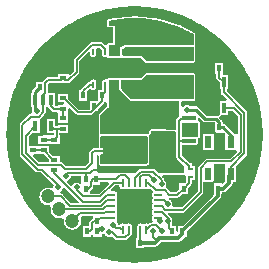
<source format=gtl>
G04*
G04 #@! TF.GenerationSoftware,Altium Limited,Altium Designer,18.1.7 (191)*
G04*
G04 Layer_Physical_Order=1*
G04 Layer_Color=255*
%FSLAX25Y25*%
%MOIN*%
G70*
G01*
G75*
%ADD12C,0.01000*%
%ADD14C,0.00700*%
G04:AMPARAMS|DCode=15|XSize=65.35mil|YSize=50.39mil|CornerRadius=2.52mil|HoleSize=0mil|Usage=FLASHONLY|Rotation=180.000|XOffset=0mil|YOffset=0mil|HoleType=Round|Shape=RoundedRectangle|*
%AMROUNDEDRECTD15*
21,1,0.06535,0.04535,0,0,180.0*
21,1,0.06032,0.05039,0,0,180.0*
1,1,0.00504,-0.03016,0.02268*
1,1,0.00504,0.03016,0.02268*
1,1,0.00504,0.03016,-0.02268*
1,1,0.00504,-0.03016,-0.02268*
%
%ADD15ROUNDEDRECTD15*%
G04:AMPARAMS|DCode=16|XSize=47.24mil|YSize=15.75mil|CornerRadius=0.79mil|HoleSize=0mil|Usage=FLASHONLY|Rotation=180.000|XOffset=0mil|YOffset=0mil|HoleType=Round|Shape=RoundedRectangle|*
%AMROUNDEDRECTD16*
21,1,0.04724,0.01417,0,0,180.0*
21,1,0.04567,0.01575,0,0,180.0*
1,1,0.00158,-0.02284,0.00709*
1,1,0.00158,0.02284,0.00709*
1,1,0.00158,0.02284,-0.00709*
1,1,0.00158,-0.02284,-0.00709*
%
%ADD16ROUNDEDRECTD16*%
%ADD17R,0.00906X0.01024*%
%ADD18R,0.02362X0.01575*%
%ADD19R,0.03543X0.05118*%
%ADD20R,0.01575X0.02362*%
%ADD21R,0.10630X0.10630*%
%ADD22O,0.00984X0.03150*%
%ADD23O,0.03150X0.00984*%
%ADD24R,0.02362X0.04134*%
%ADD25R,0.01575X0.03543*%
G04:AMPARAMS|DCode=26|XSize=38.58mil|YSize=133.86mil|CornerRadius=1.93mil|HoleSize=0mil|Usage=FLASHONLY|Rotation=270.000|XOffset=0mil|YOffset=0mil|HoleType=Round|Shape=RoundedRectangle|*
%AMROUNDEDRECTD26*
21,1,0.03858,0.13000,0,0,270.0*
21,1,0.03472,0.13386,0,0,270.0*
1,1,0.00386,-0.06500,-0.01736*
1,1,0.00386,-0.06500,0.01736*
1,1,0.00386,0.06500,0.01736*
1,1,0.00386,0.06500,-0.01736*
%
%ADD26ROUNDEDRECTD26*%
%ADD27R,0.03543X0.06693*%
%ADD28R,0.03051X0.00787*%
%ADD29R,0.11221X0.06221*%
%ADD30O,0.00945X0.02362*%
G04:AMPARAMS|DCode=31|XSize=55mil|YSize=47.24mil|CornerRadius=2.36mil|HoleSize=0mil|Usage=FLASHONLY|Rotation=0.000|XOffset=0mil|YOffset=0mil|HoleType=Round|Shape=RoundedRectangle|*
%AMROUNDEDRECTD31*
21,1,0.05500,0.04252,0,0,0.0*
21,1,0.05028,0.04724,0,0,0.0*
1,1,0.00472,0.02514,-0.02126*
1,1,0.00472,-0.02514,-0.02126*
1,1,0.00472,-0.02514,0.02126*
1,1,0.00472,0.02514,0.02126*
%
%ADD31ROUNDEDRECTD31*%
%ADD32C,0.03347*%
%ADD55R,0.00906X0.00906*%
%ADD56R,0.01024X0.00906*%
%ADD57R,0.00906X0.00906*%
G04:AMPARAMS|DCode=58|XSize=78.74mil|YSize=78.74mil|CornerRadius=15.75mil|HoleSize=0mil|Usage=FLASHONLY|Rotation=0.000|XOffset=0mil|YOffset=0mil|HoleType=Round|Shape=RoundedRectangle|*
%AMROUNDEDRECTD58*
21,1,0.07874,0.04724,0,0,0.0*
21,1,0.04724,0.07874,0,0,0.0*
1,1,0.03150,0.02362,-0.02362*
1,1,0.03150,-0.02362,-0.02362*
1,1,0.03150,-0.02362,0.02362*
1,1,0.03150,0.02362,0.02362*
%
%ADD58ROUNDEDRECTD58*%
%ADD59C,0.04724*%
%ADD60C,0.00600*%
%ADD61C,0.00800*%
%ADD62C,0.01200*%
%ADD63C,0.01400*%
%ADD64C,0.02000*%
G36*
X1673Y42651D02*
X2790Y42592D01*
X3905Y42504D01*
X5017Y42388D01*
X6126Y42241D01*
X7231Y42067D01*
X8330Y41863D01*
X9424Y41630D01*
X10512Y41369D01*
X11592Y41080D01*
X12664Y40762D01*
X13728Y40416D01*
X14782Y40043D01*
X15826Y39642D01*
X16860Y39214D01*
X17881Y38759D01*
X18891Y38278D01*
X19887Y37770D01*
X20870Y37237D01*
X21839Y36677D01*
X22792Y36093D01*
X23730Y35484D01*
X24652Y34850D01*
X25557Y34193D01*
X26444Y33512D01*
X27313Y32809D01*
X28163Y32082D01*
X28995Y31334D01*
X29806Y30564D01*
X30597Y29773D01*
X31367Y28962D01*
X32115Y28131D01*
X32841Y27280D01*
X33545Y26411D01*
X34226Y25524D01*
X34883Y24619D01*
X35517Y23697D01*
X36126Y22760D01*
X36710Y21806D01*
X37269Y20837D01*
X37803Y19855D01*
X38311Y18858D01*
X38792Y17849D01*
X39247Y16827D01*
X39675Y15794D01*
X40076Y14750D01*
X40449Y13695D01*
X40795Y12632D01*
X41112Y11559D01*
X41402Y10479D01*
X41663Y9392D01*
X41895Y8298D01*
X42099Y7198D01*
X42274Y6093D01*
X42420Y4985D01*
X42537Y3872D01*
X42625Y2757D01*
X42683Y1641D01*
X42713Y523D01*
Y-596D01*
X42683Y-1714D01*
X42625Y-2831D01*
X42537Y-3946D01*
X42420Y-5058D01*
X42274Y-6167D01*
X42099Y-7271D01*
X41895Y-8371D01*
X41663Y-9465D01*
X41402Y-10552D01*
X41112Y-11633D01*
X40795Y-12705D01*
X40449Y-13769D01*
X40076Y-14823D01*
X39675Y-15867D01*
X39247Y-16900D01*
X38792Y-17922D01*
X38311Y-18931D01*
X37803Y-19928D01*
X37269Y-20911D01*
X36710Y-21879D01*
X36126Y-22833D01*
X35517Y-23771D01*
X34883Y-24692D01*
X34226Y-25597D01*
X33545Y-26484D01*
X32841Y-27354D01*
X32115Y-28204D01*
X31367Y-29035D01*
X30597Y-29846D01*
X29806Y-30637D01*
X28995Y-31407D01*
X28163Y-32155D01*
X27313Y-32882D01*
X26444Y-33586D01*
X25557Y-34266D01*
X24652Y-34924D01*
X23730Y-35557D01*
X22792Y-36166D01*
X21839Y-36751D01*
X20870Y-37310D01*
X19887Y-37843D01*
X18891Y-38351D01*
X17881Y-38833D01*
X16860Y-39287D01*
X15826Y-39715D01*
X14782Y-40116D01*
X13728Y-40490D01*
X12664Y-40835D01*
X11592Y-41153D01*
X10512Y-41442D01*
X9424Y-41703D01*
X8330Y-41936D01*
X7231Y-42140D01*
X6126Y-42315D01*
X5017Y-42461D01*
X3905Y-42578D01*
X2790Y-42665D01*
X1673Y-42724D01*
X555Y-42753D01*
X-563D01*
X-1681Y-42724D01*
X-2798Y-42665D01*
X-3913Y-42578D01*
X-5025Y-42461D01*
X-6134Y-42315D01*
X-7239Y-42140D01*
X-8338Y-41936D01*
X-9432Y-41703D01*
X-10520Y-41442D01*
X-11600Y-41153D01*
X-12672Y-40835D01*
X-13736Y-40490D01*
X-14790Y-40116D01*
X-15834Y-39715D01*
X-16868Y-39287D01*
X-17889Y-38833D01*
X-18899Y-38351D01*
X-19895Y-37843D01*
X-20878Y-37310D01*
X-21847Y-36751D01*
X-22800Y-36166D01*
X-23738Y-35557D01*
X-24660Y-34924D01*
X-25565Y-34266D01*
X-26452Y-33586D01*
X-27321Y-32882D01*
X-28171Y-32155D01*
X-29002Y-31407D01*
X-29814Y-30637D01*
X-30604Y-29846D01*
X-31374Y-29035D01*
X-32123Y-28204D01*
X-32849Y-27354D01*
X-33553Y-26484D01*
X-34234Y-25597D01*
X-34891Y-24692D01*
X-35524Y-23771D01*
X-36134Y-22833D01*
X-36718Y-21879D01*
X-37277Y-20911D01*
X-37811Y-19928D01*
X-38318Y-18931D01*
X-38800Y-17922D01*
X-39255Y-16900D01*
X-39683Y-15867D01*
X-40084Y-14823D01*
X-40457Y-13769D01*
X-40803Y-12705D01*
X-41120Y-11633D01*
X-41410Y-10552D01*
X-41671Y-9465D01*
X-41903Y-8371D01*
X-42107Y-7271D01*
X-42282Y-6167D01*
X-42428Y-5058D01*
X-42545Y-3946D01*
X-42633Y-2831D01*
X-42691Y-1714D01*
X-42720Y-596D01*
Y523D01*
X-42691Y1641D01*
X-42633Y2757D01*
X-42545Y3872D01*
X-42428Y4985D01*
X-42282Y6093D01*
X-42107Y7198D01*
X-41903Y8298D01*
X-41671Y9392D01*
X-41410Y10479D01*
X-41120Y11559D01*
X-40803Y12632D01*
X-40457Y13695D01*
X-40084Y14750D01*
X-39683Y15794D01*
X-39255Y16827D01*
X-38800Y17849D01*
X-38318Y18858D01*
X-37811Y19855D01*
X-37277Y20837D01*
X-36718Y21806D01*
X-36134Y22760D01*
X-35524Y23697D01*
X-34891Y24619D01*
X-34234Y25524D01*
X-33553Y26411D01*
X-32849Y27280D01*
X-32123Y28131D01*
X-31374Y28962D01*
X-30604Y29773D01*
X-29814Y30564D01*
X-29002Y31334D01*
X-28171Y32082D01*
X-27321Y32809D01*
X-26452Y33512D01*
X-25565Y34193D01*
X-24660Y34850D01*
X-23738Y35484D01*
X-22800Y36093D01*
X-21847Y36677D01*
X-20878Y37237D01*
X-19895Y37770D01*
X-18899Y38278D01*
X-17889Y38759D01*
X-16868Y39214D01*
X-15834Y39642D01*
X-14790Y40043D01*
X-13736Y40416D01*
X-12672Y40762D01*
X-11600Y41080D01*
X-10520Y41369D01*
X-9432Y41630D01*
X-8338Y41863D01*
X-7239Y42067D01*
X-6134Y42241D01*
X-5025Y42388D01*
X-3913Y42504D01*
X-2798Y42592D01*
X-1681Y42651D01*
X-563Y42680D01*
X555D01*
X1673Y42651D01*
D02*
G37*
%LPC*%
G36*
X8Y39373D02*
X0Y39372D01*
X-8Y39373D01*
X-1096Y39358D01*
X-1104Y39357D01*
X-1113Y39357D01*
X-2199Y39311D01*
X-2208Y39310D01*
X-2216Y39310D01*
X-3301Y39234D01*
X-3309Y39233D01*
X-3318D01*
X-4400Y39126D01*
X-4408Y39125D01*
X-4417Y39124D01*
X-5496Y38987D01*
X-5504Y38985D01*
X-5512Y38985D01*
X-5512Y38985D01*
X-6587Y38818D01*
X-6595Y38816D01*
X-6604Y38815D01*
X-7138Y38717D01*
X-7138Y38717D01*
X-7138D01*
X-7673Y38618D01*
X-7681Y38616D01*
X-7690Y38615D01*
X-7878Y38574D01*
X-7878Y38574D01*
X-7878D01*
X-7904Y38569D01*
X-8720Y38394D01*
X-8722Y38394D01*
X-8726Y38393D01*
X-8733Y38391D01*
X-8734Y38391D01*
X-8735Y38391D01*
D01*
D01*
D01*
X-8737Y38390D01*
X-8741Y38390D01*
X-8744Y38389D01*
X-8744Y38389D01*
X-8749Y38388D01*
X-8749D01*
X-8750Y38388D01*
X-8751Y38388D01*
X-8751Y38387D01*
X-8771Y38381D01*
X-8782Y38379D01*
X-8785Y38378D01*
X-8787Y38378D01*
X-8789Y38377D01*
X-8794Y38376D01*
X-8794Y38376D01*
X-8799Y38375D01*
X-8800Y38375D01*
X-8801Y38375D01*
X-8804Y38373D01*
X-8805Y38373D01*
X-8815Y38369D01*
X-8833Y38365D01*
X-8845Y38361D01*
X-8853Y38357D01*
X-8862Y38355D01*
X-8862Y38354D01*
X-8877Y38347D01*
X-8882Y38345D01*
X-8884Y38344D01*
X-8885Y38344D01*
X-8898Y38339D01*
X-8899Y38339D01*
X-8907Y38334D01*
X-8915Y38331D01*
X-8928Y38323D01*
X-8933Y38320D01*
X-8938Y38317D01*
X-8940Y38317D01*
X-8940Y38317D01*
X-8952Y38311D01*
X-8959Y38306D01*
X-8968Y38301D01*
X-8976Y38295D01*
X-8979Y38294D01*
X-8986Y38288D01*
X-8991Y38285D01*
D01*
X-8998Y38281D01*
X-8999Y38280D01*
X-8999Y38280D01*
X-9001Y38279D01*
X-9001Y38278D01*
D01*
X-9002Y38278D01*
X-9003Y38278D01*
X-9003Y38277D01*
X-9004Y38277D01*
X-9004Y38277D01*
X-9004Y38276D01*
X-9008Y38274D01*
X-9012Y38270D01*
X-9015Y38268D01*
X-9021Y38263D01*
X-9028Y38258D01*
X-9030Y38256D01*
X-9031Y38255D01*
X-9033Y38254D01*
X-9034Y38253D01*
X-9035Y38253D01*
X-9036Y38252D01*
X-9036Y38252D01*
X-9037Y38250D01*
X-9038Y38250D01*
X-9044Y38244D01*
X-9047Y38242D01*
X-9048Y38241D01*
X-9049Y38240D01*
X-9054Y38236D01*
X-9061Y38229D01*
X-9061Y38229D01*
X-9063Y38227D01*
X-9065Y38225D01*
X-9074Y38217D01*
X-9077Y38213D01*
X-9082Y38209D01*
X-9082Y38209D01*
X-9085Y38207D01*
X-9090Y38201D01*
X-9096Y38195D01*
X-9096Y38195D01*
X-9104Y38184D01*
X-9113Y38176D01*
X-9114Y38174D01*
X-9115Y38173D01*
D01*
X-9117Y38171D01*
X-9117Y38171D01*
X-9119Y38168D01*
X-9121Y38167D01*
X-9121Y38167D01*
X-9121Y38166D01*
X-9122Y38165D01*
X-9127Y38158D01*
X-9131Y38154D01*
X-9133Y38151D01*
X-9133Y38151D01*
X-9134Y38150D01*
X-9134Y38150D01*
X-9142Y38137D01*
X-9150Y38127D01*
X-9151Y38125D01*
X-9156Y38119D01*
X-9160Y38113D01*
D01*
X-9160Y38113D01*
X-9161Y38111D01*
X-9163Y38109D01*
X-9166Y38104D01*
X-9168Y38101D01*
X-9174Y38088D01*
X-9181Y38079D01*
X-9184Y38074D01*
X-9184Y38074D01*
X-9185Y38070D01*
X-9188Y38067D01*
D01*
X-9192Y38061D01*
X-9202Y38035D01*
D01*
X-9203Y38034D01*
D01*
X-9216Y38009D01*
X-9217Y38006D01*
X-9218Y38004D01*
X-9218Y38004D01*
X-9226Y37977D01*
X-9237Y37951D01*
X-9243Y37923D01*
X-9251Y37896D01*
X-9251Y37894D01*
X-9252Y37891D01*
X-9254Y37863D01*
X-9260Y37836D01*
X-9260Y37835D01*
X-9261Y37819D01*
X-9261Y37790D01*
X-9264Y37761D01*
X-9264Y37734D01*
X-9264Y37734D01*
X-9264Y37733D01*
Y36291D01*
Y36289D01*
X-9264Y36287D01*
Y36287D01*
X-9264Y36287D01*
X-9264Y36286D01*
X-9264Y36259D01*
X-9261Y36232D01*
Y36230D01*
X-9261Y36230D01*
X-9262Y36205D01*
X-9262Y36205D01*
X-9261Y36202D01*
Y36200D01*
X-9255Y36171D01*
X-9252Y36141D01*
X-9245Y36115D01*
X-9239Y36089D01*
X-9238Y36086D01*
X-9238Y36084D01*
X-9237Y36080D01*
X-9225Y36053D01*
X-9217Y36025D01*
X-9215Y36019D01*
X-9206Y36004D01*
X-9204Y35996D01*
X-9204Y35996D01*
X-9197Y35984D01*
X-9195Y35979D01*
X-9195Y35979D01*
X-9193Y35974D01*
X-9189Y35966D01*
X-9187Y35962D01*
X-9187Y35961D01*
X-9185Y35957D01*
X-9174Y35942D01*
X-9166Y35925D01*
X-9159Y35916D01*
X-9159Y35915D01*
X-9157Y35913D01*
X-9154Y35908D01*
X-9151Y35904D01*
X-9145Y35893D01*
X-9134Y35881D01*
X-9129Y35872D01*
X-9128Y35871D01*
X-9123Y35864D01*
X-9121Y35861D01*
D01*
X-9119Y35859D01*
X-9106Y35846D01*
X-9095Y35831D01*
X-9094Y35831D01*
X-9086Y35823D01*
X-9080Y35816D01*
X-9080Y35816D01*
X-9080Y35816D01*
X-9074Y35811D01*
X-9072Y35809D01*
X-9068Y35804D01*
X-9060Y35798D01*
D01*
X-9055Y35794D01*
X-9048Y35786D01*
X-9046Y35785D01*
X-9041Y35779D01*
X-9039Y35778D01*
X-9036Y35776D01*
X-9036Y35775D01*
X-9029Y35771D01*
D01*
X-9022Y35766D01*
X-9021Y35765D01*
X-9018Y35763D01*
X-9006Y35752D01*
X-8999Y35748D01*
D01*
X-8999Y35748D01*
X-8989Y35740D01*
X-8982Y35735D01*
X-8975Y35732D01*
X-8975Y35731D01*
X-8973Y35730D01*
X-8966Y35726D01*
X-8966Y35726D01*
X-8958Y35722D01*
X-8952Y35718D01*
X-8951Y35717D01*
X-8946Y35714D01*
X-8942Y35711D01*
X-8940Y35710D01*
D01*
X-8940Y35710D01*
X-8938Y35709D01*
X-8928Y35704D01*
X-8925Y35703D01*
X-8922Y35701D01*
X-8917Y35698D01*
X-8907Y35694D01*
X-8903Y35693D01*
X-8886Y35683D01*
X-8884Y35682D01*
X-8884Y35682D01*
X-8884Y35682D01*
X-8878Y35679D01*
X-8873Y35677D01*
X-8872Y35677D01*
X-8872Y35677D01*
X-8872Y35677D01*
X-8870Y35676D01*
X-8863Y35674D01*
X-8862Y35673D01*
X-8851Y35670D01*
X-8848Y35669D01*
X-8846Y35668D01*
X-8834Y35662D01*
X-8833Y35662D01*
X-8830Y35661D01*
X-8829Y35661D01*
X-8827Y35660D01*
X-8822Y35658D01*
X-8821Y35658D01*
X-8817Y35657D01*
X-8814Y35656D01*
X-8811Y35655D01*
X-8810Y35655D01*
X-8791Y35651D01*
X-8773Y35645D01*
X-8771Y35645D01*
X-8769Y35644D01*
X-8766Y35644D01*
X-8765Y35644D01*
X-8765Y35644D01*
X-8749Y35639D01*
X-8727Y35637D01*
X-8706Y35632D01*
X-8669Y35631D01*
X-8665Y35631D01*
X-8663Y35630D01*
X-8662Y35630D01*
X-8660D01*
X-8631Y35627D01*
X-8604Y35627D01*
X-8604D01*
X-8603Y35627D01*
X-8602Y35627D01*
X-7090D01*
Y30515D01*
X-8164D01*
X-8193Y30512D01*
X-8222Y30512D01*
X-8628Y30473D01*
X-8649Y30469D01*
X-8649D01*
X-8656Y30468D01*
X-8665Y30466D01*
X-8687Y30464D01*
X-8707Y30460D01*
X-8707D01*
X-8723Y30455D01*
X-8755Y30450D01*
X-8763Y30447D01*
X-8772Y30445D01*
X-8813Y30428D01*
X-8820Y30426D01*
X-8826Y30423D01*
X-8866Y30408D01*
X-8873Y30404D01*
X-8882Y30400D01*
X-8924Y30372D01*
X-8966Y30346D01*
X-8972Y30340D01*
X-8980Y30334D01*
X-9015Y30299D01*
X-9052Y30265D01*
X-9057Y30257D01*
X-9064Y30251D01*
X-9091Y30209D01*
X-9121Y30169D01*
X-9124Y30160D01*
X-9129Y30153D01*
X-9145Y30114D01*
X-9149Y30109D01*
X-9151Y30101D01*
X-9169Y30061D01*
X-9171Y30052D01*
X-9175Y30044D01*
X-9181Y30013D01*
X-9186Y29997D01*
X-9186Y29996D01*
X-9191Y29976D01*
X-9194Y29954D01*
X-9196Y29946D01*
X-9197Y29939D01*
X-9199Y29938D01*
X-9216Y29808D01*
X-9743Y29628D01*
X-9847Y29732D01*
X-10530Y30415D01*
X-10638Y30507D01*
X-10758Y30581D01*
X-10889Y30635D01*
X-11027Y30668D01*
X-11168Y30680D01*
X-14318D01*
X-14459Y30668D01*
X-14570Y30642D01*
X-14597Y30635D01*
X-14651Y30613D01*
X-14728Y30581D01*
X-14761Y30560D01*
X-14848Y30507D01*
X-14956Y30415D01*
X-19930Y25442D01*
X-20022Y25334D01*
X-20096Y25213D01*
X-20150Y25082D01*
X-20183Y24944D01*
X-20194Y24803D01*
Y21240D01*
X-21549Y19886D01*
X-21576Y19858D01*
X-22038Y20050D01*
Y20088D01*
X-25600D01*
Y19013D01*
X-28832D01*
X-28973Y19002D01*
X-29111Y18969D01*
X-29242Y18915D01*
X-29363Y18841D01*
X-29471Y18749D01*
X-30447Y17772D01*
X-30539Y17664D01*
X-30613Y17544D01*
X-30619Y17529D01*
X-32884D01*
Y15921D01*
X-33851Y14954D01*
X-33964Y14822D01*
X-34054Y14674D01*
X-34120Y14514D01*
X-34161Y14346D01*
X-34174Y14174D01*
Y13789D01*
X-34458D01*
Y13780D01*
Y9046D01*
X-34174D01*
Y8441D01*
X-34226Y8289D01*
X-34267Y8083D01*
X-34281Y7874D01*
X-34267Y7665D01*
X-34226Y7459D01*
X-34209Y7408D01*
X-34398Y7018D01*
X-34605Y6808D01*
X-34646D01*
X-34787Y6797D01*
X-34925Y6764D01*
X-35056Y6710D01*
X-35176Y6636D01*
X-35284Y6544D01*
X-38059Y3769D01*
X-38151Y3661D01*
X-38225Y3541D01*
X-38279Y3410D01*
X-38312Y3272D01*
X-38323Y3131D01*
Y-6691D01*
X-38312Y-6832D01*
X-38279Y-6970D01*
X-38225Y-7101D01*
X-38151Y-7221D01*
X-38059Y-7329D01*
X-32939Y-12449D01*
X-32831Y-12541D01*
X-32710Y-12615D01*
X-32579Y-12670D01*
X-32441Y-12703D01*
X-32300Y-12714D01*
X-31083D01*
X-26940Y-16856D01*
X-26979Y-16915D01*
X-27072Y-17103D01*
X-27139Y-17301D01*
X-27180Y-17507D01*
X-27180Y-17509D01*
X-27456Y-17780D01*
X-27527Y-17823D01*
X-27783Y-17905D01*
X-27911Y-17859D01*
X-28193Y-17788D01*
X-28481Y-17745D01*
X-28772Y-17731D01*
X-29062Y-17745D01*
X-29350Y-17788D01*
X-29633Y-17859D01*
X-29907Y-17957D01*
X-30170Y-18081D01*
X-30419Y-18231D01*
X-30653Y-18404D01*
X-30869Y-18600D01*
X-31064Y-18815D01*
X-31238Y-19049D01*
X-31387Y-19299D01*
X-31512Y-19562D01*
X-31610Y-19836D01*
X-31680Y-20118D01*
X-31723Y-20406D01*
X-31737Y-20697D01*
X-31723Y-20988D01*
X-31680Y-21275D01*
X-31610Y-21558D01*
X-31512Y-21832D01*
X-31387Y-22095D01*
X-31238Y-22344D01*
X-31064Y-22578D01*
X-30869Y-22794D01*
X-30653Y-22989D01*
X-30419Y-23163D01*
X-30170Y-23312D01*
X-29907Y-23437D01*
X-29633Y-23535D01*
X-29350Y-23606D01*
X-29062Y-23648D01*
X-28772Y-23663D01*
X-28481Y-23648D01*
X-28319Y-23624D01*
X-28181Y-23702D01*
X-28075Y-23806D01*
X-27875Y-24145D01*
X-27893Y-24194D01*
X-27964Y-24476D01*
X-28006Y-24764D01*
X-28021Y-25055D01*
X-28006Y-25346D01*
X-27964Y-25634D01*
X-27893Y-25916D01*
X-27795Y-26190D01*
X-27670Y-26453D01*
X-27521Y-26703D01*
X-27347Y-26936D01*
X-27152Y-27152D01*
X-26936Y-27347D01*
X-26703Y-27521D01*
X-26453Y-27670D01*
X-26190Y-27795D01*
X-25916Y-27893D01*
X-25634Y-27964D01*
X-25346Y-28006D01*
X-25055Y-28021D01*
X-24764Y-28006D01*
X-24476Y-27964D01*
X-24194Y-27893D01*
X-24144Y-27875D01*
X-23694Y-28195D01*
X-23624Y-28319D01*
X-23652Y-28539D01*
X-23661Y-28830D01*
X-23641Y-29121D01*
X-23592Y-29408D01*
X-23516Y-29689D01*
X-23413Y-29961D01*
X-23283Y-30221D01*
X-23128Y-30468D01*
X-22951Y-30698D01*
X-22751Y-30910D01*
X-22531Y-31101D01*
X-22294Y-31270D01*
X-22042Y-31414D01*
X-21776Y-31534D01*
X-21500Y-31626D01*
X-21217Y-31692D01*
X-20928Y-31729D01*
X-20637Y-31737D01*
X-20347Y-31717D01*
X-20060Y-31669D01*
X-19779Y-31593D01*
X-19507Y-31489D01*
X-19246Y-31360D01*
X-19000Y-31205D01*
X-18769Y-31027D01*
X-18557Y-30828D01*
X-18366Y-30608D01*
X-18198Y-30371D01*
X-18053Y-30118D01*
X-17933Y-29853D01*
X-17841Y-29577D01*
X-17776Y-29293D01*
X-17739Y-29005D01*
X-17730Y-28714D01*
X-17750Y-28423D01*
X-17798Y-28136D01*
X-17875Y-27856D01*
X-17880Y-27842D01*
X-17530Y-27322D01*
X-17458Y-27281D01*
X-13789D01*
Y-27933D01*
X-13795Y-27936D01*
X-13916Y-28010D01*
X-14024Y-28102D01*
X-14780Y-28858D01*
X-14872Y-28966D01*
X-14946Y-29086D01*
X-15000Y-29217D01*
X-15033Y-29355D01*
X-15044Y-29496D01*
Y-30502D01*
X-17332D01*
Y-34064D01*
X-14558D01*
Y-33532D01*
X-14389Y-33387D01*
X-13789Y-33663D01*
Y-34064D01*
X-11014D01*
Y-33452D01*
X-10436Y-33046D01*
X-10277Y-33054D01*
X-9952Y-33241D01*
X-9859Y-33364D01*
X-9814Y-33455D01*
X-9697Y-33630D01*
X-9559Y-33787D01*
X-9401Y-33926D01*
X-9227Y-34042D01*
X-9038Y-34135D01*
X-8840Y-34202D01*
X-8634Y-34243D01*
X-8425Y-34257D01*
X-8216Y-34243D01*
X-8010Y-34202D01*
X-7811Y-34135D01*
X-7623Y-34042D01*
X-7485Y-33950D01*
X-6431Y-35003D01*
X-6324Y-35095D01*
X-6203Y-35169D01*
X-6072Y-35223D01*
X-5934Y-35256D01*
X-5793Y-35267D01*
X-3262D01*
X-3121Y-35256D01*
X-2983Y-35223D01*
X-2852Y-35169D01*
X-2732Y-35095D01*
X-2624Y-35003D01*
X-1637Y-34016D01*
X-1630Y-34014D01*
X-1471Y-33949D01*
X-1325Y-33859D01*
X-1194Y-33747D01*
X-1082Y-33616D01*
X-992Y-33470D01*
X-927Y-33311D01*
X-886Y-33144D01*
X-873Y-32972D01*
Y-30807D01*
X-886Y-30636D01*
X-927Y-30469D01*
X-992Y-30310D01*
X-1082Y-30163D01*
X-1194Y-30033D01*
X-1325Y-29921D01*
X-1471Y-29831D01*
X-1630Y-29765D01*
X-1797Y-29725D01*
X-1969Y-29712D01*
X-2140Y-29725D01*
X-2307Y-29765D01*
X-2466Y-29831D01*
X-2612Y-29921D01*
X-2814Y-30033D01*
X-3091D01*
X-3293Y-29921D01*
X-3440Y-29831D01*
X-3599Y-29765D01*
X-3766Y-29725D01*
X-3937Y-29712D01*
X-4108Y-29725D01*
X-4276Y-29765D01*
X-4434Y-29831D01*
X-4581Y-29921D01*
X-4712Y-30033D01*
X-4823Y-30163D01*
X-4846Y-30200D01*
X-5491D01*
X-5497Y-30106D01*
X-5538Y-29900D01*
X-5605Y-29701D01*
X-5698Y-29513D01*
X-5815Y-29339D01*
X-5821Y-29332D01*
X-5834Y-29311D01*
X-5996Y-28794D01*
X-5905Y-28597D01*
X-5905Y-28597D01*
X-5877Y-28551D01*
X-5815Y-28450D01*
X-5750Y-28291D01*
X-5709Y-28124D01*
X-5696Y-27953D01*
X-5709Y-27781D01*
X-5750Y-27614D01*
X-5815Y-27455D01*
X-5905Y-27309D01*
X-6017Y-27107D01*
Y-26830D01*
X-5905Y-26628D01*
X-5815Y-26482D01*
X-5750Y-26323D01*
X-5709Y-26156D01*
X-5696Y-25984D01*
X-5709Y-25813D01*
X-5750Y-25646D01*
X-5815Y-25487D01*
X-5905Y-25340D01*
X-6017Y-25138D01*
Y-24862D01*
X-5905Y-24660D01*
X-5815Y-24513D01*
X-5750Y-24354D01*
X-5709Y-24187D01*
X-5696Y-24016D01*
X-5709Y-23844D01*
X-5750Y-23677D01*
X-5815Y-23518D01*
X-5905Y-23372D01*
X-6017Y-23170D01*
Y-22893D01*
X-5905Y-22691D01*
X-5815Y-22545D01*
X-5750Y-22386D01*
X-5709Y-22219D01*
X-5696Y-22047D01*
X-5709Y-21876D01*
X-5750Y-21709D01*
X-5815Y-21550D01*
X-5905Y-21403D01*
X-6017Y-21201D01*
Y-20925D01*
X-5905Y-20723D01*
X-5815Y-20576D01*
X-5750Y-20417D01*
X-5709Y-20250D01*
X-5696Y-20079D01*
X-5709Y-19907D01*
X-5750Y-19740D01*
X-5815Y-19581D01*
X-5905Y-19435D01*
X-6017Y-19304D01*
X-6147Y-19193D01*
X-6294Y-19103D01*
X-6453Y-19037D01*
X-6620Y-18997D01*
X-6791Y-18983D01*
X-7780D01*
X-8010Y-18429D01*
X-6625Y-17044D01*
X-5032D01*
Y-17224D01*
X-5019Y-17396D01*
X-4979Y-17563D01*
X-4913Y-17722D01*
X-4823Y-17868D01*
X-4712Y-17999D01*
X-4581Y-18111D01*
X-4434Y-18201D01*
X-4276Y-18266D01*
X-4108Y-18306D01*
X-3937Y-18320D01*
X-3766Y-18306D01*
X-3599Y-18266D01*
X-3440Y-18201D01*
X-3293Y-18111D01*
X-3091Y-17999D01*
X-2814D01*
X-2612Y-18111D01*
X-2466Y-18201D01*
X-2307Y-18266D01*
X-2140Y-18306D01*
X-1969Y-18320D01*
X-1797Y-18306D01*
X-1630Y-18266D01*
X-1471Y-18201D01*
X-1325Y-18111D01*
X-1123Y-17999D01*
X-846D01*
X-644Y-18111D01*
X-497Y-18201D01*
X-338Y-18266D01*
X-171Y-18306D01*
X0Y-18320D01*
X171Y-18306D01*
X338Y-18266D01*
X497Y-18201D01*
X644Y-18111D01*
X846Y-17999D01*
X1123D01*
X1325Y-18111D01*
X1471Y-18201D01*
X1630Y-18266D01*
X1797Y-18306D01*
X1969Y-18320D01*
X2140Y-18306D01*
X2307Y-18266D01*
X2466Y-18201D01*
X2612Y-18111D01*
X2814Y-17999D01*
X3091D01*
X3293Y-18111D01*
X3440Y-18201D01*
X3599Y-18266D01*
X3766Y-18306D01*
X3937Y-18320D01*
X4108Y-18306D01*
X4276Y-18266D01*
X4434Y-18201D01*
X4581Y-18111D01*
X4712Y-17999D01*
X5317Y-18141D01*
X5875Y-18698D01*
X6017Y-19304D01*
X5905Y-19435D01*
X5815Y-19581D01*
X5750Y-19740D01*
X5709Y-19907D01*
X5696Y-20079D01*
X5709Y-20250D01*
X5750Y-20417D01*
X5815Y-20576D01*
X5905Y-20723D01*
X6017Y-20925D01*
Y-21201D01*
X5905Y-21403D01*
X5815Y-21550D01*
X5750Y-21709D01*
X5709Y-21876D01*
X5696Y-22047D01*
X5709Y-22219D01*
X5750Y-22386D01*
X5815Y-22545D01*
X5905Y-22691D01*
X6017Y-22893D01*
Y-23170D01*
X5905Y-23372D01*
X5815Y-23518D01*
X5750Y-23677D01*
X5709Y-23844D01*
X5696Y-24016D01*
X5709Y-24187D01*
X5750Y-24354D01*
X5815Y-24513D01*
X5905Y-24660D01*
X6017Y-24862D01*
Y-25138D01*
X5905Y-25340D01*
X5815Y-25487D01*
X5750Y-25646D01*
X5709Y-25813D01*
X5696Y-25984D01*
X5709Y-26156D01*
X5750Y-26323D01*
X5815Y-26482D01*
X5905Y-26628D01*
X6017Y-26830D01*
Y-27107D01*
X5905Y-27309D01*
X5815Y-27455D01*
X5750Y-27614D01*
X5709Y-27781D01*
X5696Y-27953D01*
X5709Y-28124D01*
X5750Y-28291D01*
X5815Y-28450D01*
X5905Y-28597D01*
X6017Y-28727D01*
X6147Y-28839D01*
X5872Y-29374D01*
X5786Y-29481D01*
X5443D01*
X5302Y-29492D01*
X5164Y-29525D01*
X5034Y-29579D01*
X4913Y-29653D01*
X4805Y-29745D01*
X4607Y-29943D01*
X4581Y-29921D01*
X4434Y-29831D01*
X4276Y-29765D01*
X4108Y-29725D01*
X3937Y-29712D01*
X3766Y-29725D01*
X3599Y-29765D01*
X3440Y-29831D01*
X3293Y-29921D01*
X3091Y-30033D01*
X2814D01*
X2612Y-29921D01*
X2466Y-29831D01*
X2307Y-29765D01*
X2140Y-29725D01*
X1969Y-29712D01*
X1797Y-29725D01*
X1630Y-29765D01*
X1471Y-29831D01*
X1325Y-29921D01*
X1194Y-30033D01*
X1082Y-30163D01*
X992Y-30310D01*
X927Y-30469D01*
X886Y-30636D01*
X873Y-30807D01*
Y-32972D01*
X886Y-33144D01*
X927Y-33311D01*
X965Y-33405D01*
Y-34440D01*
X384D01*
Y-38002D01*
X3159D01*
Y-37424D01*
X6693D01*
X6881Y-37410D01*
X7065Y-37366D01*
X7239Y-37293D01*
X7400Y-37195D01*
X7544Y-37072D01*
X8747Y-35868D01*
X14548D01*
X14736Y-35853D01*
X14920Y-35809D01*
X15094Y-35737D01*
X15256Y-35638D01*
X15399Y-35516D01*
X16796Y-34119D01*
X16842Y-34064D01*
X17334D01*
Y-32598D01*
X28607Y-21325D01*
X28730Y-21182D01*
X28828Y-21021D01*
X28858Y-20948D01*
X28901Y-20846D01*
X28945Y-20662D01*
X28960Y-20474D01*
Y-19891D01*
X29143D01*
Y-19314D01*
X29528D01*
X29716Y-19299D01*
X29900Y-19255D01*
X30074Y-19182D01*
X30235Y-19084D01*
X30379Y-18961D01*
X32347Y-16993D01*
X32470Y-16849D01*
X32569Y-16688D01*
X32641Y-16514D01*
X32685Y-16330D01*
X32700Y-16142D01*
Y-15856D01*
X33868D01*
Y-10522D01*
X33868Y-10522D01*
X33868D01*
X34235Y-10097D01*
X37323Y-7008D01*
X37426Y-6889D01*
X37508Y-6755D01*
X37568Y-6609D01*
X37605Y-6456D01*
X37617Y-6299D01*
Y7087D01*
X37605Y7243D01*
X37568Y7397D01*
X37508Y7542D01*
X37426Y7676D01*
X37323Y7796D01*
X30768Y14351D01*
X30826Y14951D01*
X31112D01*
Y19694D01*
X29605D01*
X29537Y20267D01*
X29537D01*
Y23829D01*
X26762D01*
Y20267D01*
X27147D01*
Y18898D01*
X27159Y18741D01*
X27196Y18588D01*
X27256Y18442D01*
X27338Y18308D01*
X27440Y18188D01*
X28337Y17292D01*
Y14951D01*
X28721D01*
Y13976D01*
X28734Y13819D01*
X28770Y13666D01*
X28831Y13521D01*
X28913Y13387D01*
X29015Y13267D01*
X30649Y11633D01*
X30401Y11033D01*
X28337D01*
Y6886D01*
X28337Y6729D01*
X28320Y6507D01*
X27876Y6115D01*
X27693Y6099D01*
X27666Y6101D01*
X27506Y6168D01*
X27338Y6208D01*
X27165Y6222D01*
X24079D01*
X21253Y9048D01*
X21121Y9160D01*
X20973Y9251D01*
X20813Y9317D01*
X20645Y9358D01*
X20472Y9371D01*
X18616D01*
X18589Y9402D01*
X18431Y9540D01*
X18257Y9656D01*
X18069Y9749D01*
X17870Y9816D01*
X17665Y9857D01*
X17455Y9871D01*
X17246Y9857D01*
X17040Y9816D01*
X16842Y9749D01*
X16654Y9656D01*
X16479Y9540D01*
X16322Y9402D01*
X16183Y9244D01*
X15622Y9484D01*
X15514Y9573D01*
Y10784D01*
X15717Y10996D01*
X15828Y11101D01*
X15856Y11122D01*
X15944Y11172D01*
X16014Y11203D01*
X16031Y11208D01*
X19655D01*
X19685Y11211D01*
X19715Y11211D01*
X19744Y11217D01*
X19773Y11220D01*
X19775Y11220D01*
X19797Y11225D01*
X19797Y11225D01*
X19798Y11225D01*
X19824Y11233D01*
X19831Y11234D01*
X19833Y11235D01*
X19839Y11237D01*
X19911Y11259D01*
X20015Y11315D01*
X20015Y11315D01*
X20070Y11360D01*
X20106Y11390D01*
X20106Y11390D01*
X20106Y11390D01*
X20130Y11419D01*
X20181Y11481D01*
X20237Y11585D01*
X20259Y11657D01*
X20261Y11663D01*
X20262Y11665D01*
X20263Y11672D01*
X20271Y11698D01*
X20271Y11699D01*
X20271Y11699D01*
X20276Y11721D01*
X20276Y11723D01*
X20279Y11752D01*
X20285Y11781D01*
X20285Y11811D01*
X20288Y11841D01*
Y19655D01*
X20285Y19685D01*
X20285Y19715D01*
X20279Y19744D01*
X20276Y19773D01*
X20276Y19775D01*
X20271Y19797D01*
X20271Y19797D01*
X20271Y19798D01*
X20263Y19824D01*
X20262Y19831D01*
X20261Y19833D01*
X20259Y19839D01*
X20237Y19911D01*
X20181Y20015D01*
X20181Y20015D01*
X20136Y20070D01*
X20106Y20106D01*
X20106Y20106D01*
X20106Y20106D01*
X20077Y20130D01*
X20015Y20181D01*
X19911Y20237D01*
X19839Y20259D01*
X19833Y20261D01*
X19831Y20262D01*
X19824Y20263D01*
X19798Y20271D01*
X19797Y20271D01*
X19797Y20271D01*
X19775Y20276D01*
X19773Y20276D01*
X19744Y20279D01*
X19715Y20285D01*
X19685Y20285D01*
X19655Y20288D01*
X3967D01*
X3943Y20286D01*
X3920Y20286D01*
X3920Y20286D01*
X3913Y20285D01*
X3905Y20285D01*
X3877Y20279D01*
X3849Y20276D01*
X3848Y20276D01*
X3848Y20276D01*
X3822Y20271D01*
X3805Y20266D01*
X3804Y20266D01*
X3802Y20265D01*
X3793Y20262D01*
X3790Y20261D01*
X3789Y20261D01*
X3786Y20260D01*
X3709Y20236D01*
X3636Y20198D01*
X3634Y20197D01*
X3633Y20196D01*
X3631Y20195D01*
X3628Y20194D01*
X3626Y20192D01*
X3604Y20181D01*
X3582Y20166D01*
X3582Y20166D01*
X3581Y20165D01*
X3559Y20147D01*
X3535Y20131D01*
X3533Y20129D01*
X3530Y20127D01*
X3530Y20127D01*
X3511Y20108D01*
X3490Y20090D01*
X3470Y20071D01*
X3470Y20071D01*
X2112Y18713D01*
X-4492D01*
X-4513Y18711D01*
X-4527Y18712D01*
X-4534Y18711D01*
X-4535Y18711D01*
X-4535Y18711D01*
X-4536Y18711D01*
X-4542Y18710D01*
X-4546Y18710D01*
X-4557Y18710D01*
X-4557Y18710D01*
X-4568Y18707D01*
X-4581Y18707D01*
X-4586Y18706D01*
X-4598Y18703D01*
X-4610Y18702D01*
X-4615Y18700D01*
X-4630Y18699D01*
X-4639Y18696D01*
X-4651Y18694D01*
X-4657Y18692D01*
X-4700Y18677D01*
X-4743Y18664D01*
X-4755Y18657D01*
X-4769Y18653D01*
X-4807Y18629D01*
X-4814Y18626D01*
X-4832Y18638D01*
X-4841Y18641D01*
X-4848Y18646D01*
X-4868Y18654D01*
X-4887Y18664D01*
X-4915Y18672D01*
X-4920Y18674D01*
X-4941Y18683D01*
X-4941Y18683D01*
X-4941Y18683D01*
X-4942Y18684D01*
X-4951Y18685D01*
X-4959Y18688D01*
X-4980Y18692D01*
X-5001Y18698D01*
X-5026Y18701D01*
X-5026Y18701D01*
X-5027Y18701D01*
X-5029Y18701D01*
X-5029Y18701D01*
X-5030Y18702D01*
X-5031Y18702D01*
X-5057Y18707D01*
X-5058Y18707D01*
X-5058D01*
X-5084Y18710D01*
X-5086Y18710D01*
X-5088Y18710D01*
X-5088Y18710D01*
X-5117Y18710D01*
X-5144Y18713D01*
X-5146Y18713D01*
X-5148Y18713D01*
X-8576D01*
X-8601Y18711D01*
D01*
X-8601Y18711D01*
X-8607Y18711D01*
X-8621Y18709D01*
X-8621Y18709D01*
D01*
X-8648Y18709D01*
X-8663Y18707D01*
X-8683Y18703D01*
X-8694Y18702D01*
X-8696Y18701D01*
D01*
D01*
X-8709Y18700D01*
X-8716Y18698D01*
X-8716D01*
X-8717Y18697D01*
X-8725Y18696D01*
X-8727Y18696D01*
X-8727Y18696D01*
X-8727Y18696D01*
X-8727Y18696D01*
X-8728Y18696D01*
X-8729Y18695D01*
X-8729Y18695D01*
X-8754Y18687D01*
X-8755Y18687D01*
D01*
X-8778Y18682D01*
X-8799Y18672D01*
X-8800Y18672D01*
X-8815Y18668D01*
X-8818Y18667D01*
X-8819Y18666D01*
X-8819Y18666D01*
X-8822Y18665D01*
X-8827Y18663D01*
X-8827Y18663D01*
X-8827Y18663D01*
X-8839Y18659D01*
X-8849Y18654D01*
X-8875Y18639D01*
X-8876Y18639D01*
D01*
X-8883Y18637D01*
X-8894Y18630D01*
D01*
X-8895Y18629D01*
X-8921Y18616D01*
X-8934Y18608D01*
X-8943Y18602D01*
X-8952Y18597D01*
X-8967Y18585D01*
X-8967Y18584D01*
X-8983Y18575D01*
X-9020Y18547D01*
X-9029Y18538D01*
X-9040Y18530D01*
X-9047Y18524D01*
X-9067Y18505D01*
X-9088Y18487D01*
X-9102Y18470D01*
X-9106Y18466D01*
X-9110Y18461D01*
D01*
X-9130Y18440D01*
X-9145Y18417D01*
X-9163Y18396D01*
X-9223Y18335D01*
X-9483Y18274D01*
X-9674Y18307D01*
X-9843Y18320D01*
X-10011Y18307D01*
X-10175Y18267D01*
X-10331Y18203D01*
X-10475Y18114D01*
X-10543Y18056D01*
X-10603Y18005D01*
X-10713Y17876D01*
X-10801Y17732D01*
X-10866Y17576D01*
X-10905Y17412D01*
X-10918Y17244D01*
Y15827D01*
X-10905Y15658D01*
X-10866Y15494D01*
X-10801Y15338D01*
X-10761Y15273D01*
X-10879Y14773D01*
X-12214D01*
Y13780D01*
Y11230D01*
X-14970D01*
Y8354D01*
X-15054Y8270D01*
X-18411D01*
X-22038Y11897D01*
Y13395D01*
X-25600D01*
Y10621D01*
X-23661D01*
X-23540Y10452D01*
X-23847Y9852D01*
X-25600D01*
Y9367D01*
X-26565D01*
Y13780D01*
Y13789D01*
X-28811D01*
X-28906Y13892D01*
Y16760D01*
X-28458Y17208D01*
X-24409D01*
X-24268Y17219D01*
X-24130Y17252D01*
X-24000Y17306D01*
X-23987Y17313D01*
X-23651D01*
X-23638Y17306D01*
X-23507Y17252D01*
X-23370Y17219D01*
X-23228Y17208D01*
X-22047D01*
X-21906Y17219D01*
X-21768Y17252D01*
X-21637Y17306D01*
X-21517Y17380D01*
X-21409Y17472D01*
X-18653Y20228D01*
X-18561Y20335D01*
X-18487Y20456D01*
X-18433Y20587D01*
X-18427Y20609D01*
X-18400Y20725D01*
X-18389Y20866D01*
Y24429D01*
X-15410Y27408D01*
X-15317Y27501D01*
X-14855Y27309D01*
Y27178D01*
Y26850D01*
X-14842Y26682D01*
X-14803Y26518D01*
X-14738Y26362D01*
X-14650Y26218D01*
X-14540Y26090D01*
X-14412Y25980D01*
X-14268Y25892D01*
X-14112Y25827D01*
X-13948Y25788D01*
X-13780Y25775D01*
X-13611Y25788D01*
X-13447Y25827D01*
X-13291Y25892D01*
X-13147Y25980D01*
X-13019Y26090D01*
X-12909Y26218D01*
X-12821Y26362D01*
X-12756Y26518D01*
X-12717Y26682D01*
X-12704Y26850D01*
Y28268D01*
X-12712Y28374D01*
X-12681Y28484D01*
X-12437Y28804D01*
X-12329Y28874D01*
X-11542D01*
X-10918Y28250D01*
Y26850D01*
X-10905Y26682D01*
X-10866Y26518D01*
X-10801Y26362D01*
X-10713Y26218D01*
X-10603Y26090D01*
X-10475Y25980D01*
X-10331Y25892D01*
X-10175Y25827D01*
X-10011Y25788D01*
X-9843Y25775D01*
X-9674Y25788D01*
X-9667Y25789D01*
X-9510Y25827D01*
X-9297Y25842D01*
X-9271Y25819D01*
X-9267Y25819D01*
X-9144Y25716D01*
X-9138Y25708D01*
X-9116Y25683D01*
X-9104Y25668D01*
X-9101Y25663D01*
X-9099Y25661D01*
X-9099Y25661D01*
X-9099Y25661D01*
X-9098Y25659D01*
X-9095Y25657D01*
X-9095Y25656D01*
X-9092Y25653D01*
X-9078Y25640D01*
X-9073Y25633D01*
X-9073Y25633D01*
X-9070Y25630D01*
X-9067Y25628D01*
X-9059Y25618D01*
X-9056Y25615D01*
X-9056Y25615D01*
X-9055Y25614D01*
X-9055Y25614D01*
X-9055Y25614D01*
X-9055Y25614D01*
X-9054Y25614D01*
X-9054Y25614D01*
X-9054Y25613D01*
X-9050Y25609D01*
X-9050Y25609D01*
X-9050Y25609D01*
X-9050Y25608D01*
X-9050Y25608D01*
X-9040Y25599D01*
X-9038Y25596D01*
X-9038Y25596D01*
X-9030Y25587D01*
X-9030D01*
X-9023Y25581D01*
X-9018Y25575D01*
X-9016Y25573D01*
X-9016Y25573D01*
X-9015Y25573D01*
X-9015Y25572D01*
X-9014Y25571D01*
X-9014Y25571D01*
X-9014Y25571D01*
X-9013Y25570D01*
X-9013Y25570D01*
X-9012Y25570D01*
X-9004Y25563D01*
X-8999Y25557D01*
X-8995Y25554D01*
X-8991Y25550D01*
X-8986Y25546D01*
X-8982Y25542D01*
X-8980Y25541D01*
X-8976Y25537D01*
X-8976Y25536D01*
X-8970Y25531D01*
X-8965Y25526D01*
X-8965Y25526D01*
X-8958Y25521D01*
X-8938Y25507D01*
X-8935Y25505D01*
X-8933Y25503D01*
X-8925Y25499D01*
X-8898Y25478D01*
X-8878Y25468D01*
X-8860Y25455D01*
X-8843Y25449D01*
X-8843Y25448D01*
X-8838Y25446D01*
X-8829Y25441D01*
X-8815Y25436D01*
X-8793Y25425D01*
X-8788Y25423D01*
X-8767Y25417D01*
X-8752Y25411D01*
X-8738Y25408D01*
X-8719Y25401D01*
X-8698Y25398D01*
X-8677Y25392D01*
X-8674Y25391D01*
X-8654Y25390D01*
X-8651Y25389D01*
X-8651Y25389D01*
X-8643Y25389D01*
X-8635Y25387D01*
X-8635Y25387D01*
X-8625Y25386D01*
X-8625Y25386D01*
X-8620Y25386D01*
X-8598Y25383D01*
X-8593Y25383D01*
X-8575Y25383D01*
X-8554Y25381D01*
X-5707D01*
X-5702Y25382D01*
X-5698Y25381D01*
X-5523Y25384D01*
X-5256Y25388D01*
X-5238Y25390D01*
X-5220Y25390D01*
X-5201Y25391D01*
X-5188Y25393D01*
X-5179Y25393D01*
X-5144Y25401D01*
X-5138Y25401D01*
X-5134Y25403D01*
X-5085Y25411D01*
X-5085Y25411D01*
X-5084Y25411D01*
X-5084Y25411D01*
X-5083Y25412D01*
X-5074Y25415D01*
X-5063Y25418D01*
X-5030Y25432D01*
X-5029Y25432D01*
X-5024Y25434D01*
X-5019Y25437D01*
X-4973Y25454D01*
X-4899Y25487D01*
X-4891Y25490D01*
X-4712Y25535D01*
X-4476Y25562D01*
X-4322Y25541D01*
X-4252Y25505D01*
X-4251Y25504D01*
X-4240Y25499D01*
X-4235Y25497D01*
X-4232Y25495D01*
X-4226Y25492D01*
X-4219Y25487D01*
X-4212Y25484D01*
X-4199Y25476D01*
X-4184Y25469D01*
X-4184Y25469D01*
X-4183Y25469D01*
X-4169Y25461D01*
X-4169Y25461D01*
X-4168Y25461D01*
X-4153Y25453D01*
X-4138Y25447D01*
X-4137Y25447D01*
X-4136Y25446D01*
X-4124Y25442D01*
X-4115Y25437D01*
X-4114Y25437D01*
X-4114Y25437D01*
X-4098Y25429D01*
X-4083Y25424D01*
X-4056Y25416D01*
X-4025Y25405D01*
X-4005Y25401D01*
X-3985Y25395D01*
X-3974Y25394D01*
X-3969Y25393D01*
X-3945Y25391D01*
X-3934Y25389D01*
X-3920Y25386D01*
X-3914Y25386D01*
X-3909Y25385D01*
X-3906Y25385D01*
X-3898Y25384D01*
X-3875D01*
X-3867Y25383D01*
X-3861D01*
X-3839Y25381D01*
X2112D01*
X3468Y24026D01*
X3468Y24025D01*
X3469Y24025D01*
X3477Y24017D01*
X3477Y24017D01*
X3477Y24017D01*
X3479Y24015D01*
X3480Y24014D01*
X3480Y24014D01*
X3483Y24012D01*
X3485Y24010D01*
X3485Y24010D01*
X3489Y24007D01*
X3492Y24003D01*
X3501Y23994D01*
X3511Y23987D01*
X3519Y23979D01*
X3521Y23977D01*
X3524Y23975D01*
X3529Y23970D01*
X3530Y23970D01*
X3535Y23965D01*
X3541Y23960D01*
X3553Y23952D01*
X3554Y23951D01*
X3555Y23950D01*
X3558Y23948D01*
X3564Y23943D01*
X3564Y23943D01*
X3565Y23942D01*
X3566Y23941D01*
X3573Y23937D01*
X3583Y23928D01*
X3594Y23921D01*
X3598Y23919D01*
X3600Y23917D01*
X3601Y23916D01*
X3602Y23916D01*
X3602Y23916D01*
X3602Y23915D01*
X3607Y23913D01*
X3612Y23909D01*
X3613Y23908D01*
X3615Y23907D01*
X3617Y23906D01*
X3618Y23905D01*
X3619Y23904D01*
X3621Y23903D01*
X3621Y23903D01*
X3638Y23895D01*
X3653Y23885D01*
X3660Y23882D01*
X3666Y23878D01*
X3667Y23878D01*
X3668Y23877D01*
X3668Y23877D01*
X3686Y23870D01*
X3696Y23864D01*
X3698Y23864D01*
X3705Y23859D01*
X3711Y23858D01*
X3712Y23857D01*
X3714Y23857D01*
X3718Y23855D01*
X3720Y23854D01*
X3723Y23852D01*
X3725Y23852D01*
X3727Y23851D01*
X3746Y23846D01*
X3751Y23844D01*
X3760Y23840D01*
X3761Y23840D01*
X3761Y23840D01*
X3761Y23839D01*
X3761Y23839D01*
X3762Y23839D01*
X3765Y23838D01*
X3774Y23836D01*
X3779Y23835D01*
X3790Y23833D01*
X3808Y23827D01*
X3809Y23826D01*
X3814Y23826D01*
X3819Y23824D01*
X3820Y23824D01*
X3823Y23824D01*
X3825Y23823D01*
X3825Y23823D01*
X3826Y23823D01*
X3826Y23823D01*
X3848Y23818D01*
X3849Y23818D01*
X3849Y23818D01*
X3871Y23816D01*
X3876Y23815D01*
X3877Y23815D01*
X3877Y23815D01*
X3877Y23815D01*
X3878Y23815D01*
X3878Y23815D01*
X3878Y23815D01*
X3898Y23811D01*
X3899Y23810D01*
X3903Y23810D01*
X3908Y23810D01*
X3908Y23810D01*
X3923Y23810D01*
X3937Y23807D01*
X3951Y23808D01*
X3966Y23807D01*
X3966Y23807D01*
X3967Y23807D01*
X3967D01*
X3967Y23807D01*
X3996D01*
X3996Y23807D01*
X19272D01*
X19273Y23807D01*
X19302D01*
X19306Y23807D01*
X19308Y23807D01*
X19320Y23808D01*
X19332Y23808D01*
X19346Y23810D01*
X19361Y23810D01*
X19388Y23815D01*
X19416Y23818D01*
X19417Y23818D01*
X19418Y23818D01*
X19419Y23818D01*
X19420Y23818D01*
X19420Y23818D01*
X19422Y23819D01*
X19425Y23819D01*
X19425Y23819D01*
X19437Y23823D01*
X19449Y23825D01*
X19463Y23830D01*
X19477Y23832D01*
X19477Y23833D01*
X19480Y23834D01*
X19481Y23834D01*
X19493Y23838D01*
X19496Y23839D01*
X19499Y23839D01*
X19512Y23844D01*
X19536Y23854D01*
X19551Y23858D01*
X19552Y23858D01*
X19553Y23859D01*
X19554Y23859D01*
X19568Y23864D01*
X19594Y23877D01*
X19622Y23889D01*
X19637Y23899D01*
X19639Y23900D01*
X19639Y23900D01*
X19649Y23907D01*
X19672Y23919D01*
X19687Y23929D01*
X19687Y23929D01*
X19687Y23929D01*
X19705Y23944D01*
X19725Y23956D01*
X19725Y23956D01*
X19731Y23962D01*
X19737Y23966D01*
X19757Y23986D01*
X19779Y24004D01*
X19799Y24025D01*
X19800Y24025D01*
X20069Y24294D01*
X20069Y24295D01*
X20070Y24295D01*
X20071Y24296D01*
X20071Y24296D01*
X20071Y24297D01*
X20090Y24316D01*
X20092Y24318D01*
X20095Y24320D01*
X20107Y24336D01*
X20122Y24350D01*
X20122Y24350D01*
X20125Y24355D01*
X20130Y24359D01*
X20135Y24367D01*
X20141Y24373D01*
X20141Y24373D01*
X20151Y24389D01*
X20153Y24392D01*
X20155Y24394D01*
X20165Y24407D01*
X20165Y24407D01*
X20165Y24407D01*
X20166Y24408D01*
X20166Y24408D01*
X20168Y24412D01*
X20169Y24412D01*
X20169Y24412D01*
X20169Y24413D01*
X20178Y24426D01*
X20178Y24427D01*
X20178Y24427D01*
X20179Y24427D01*
X20182Y24434D01*
X20187Y24440D01*
X20190Y24444D01*
X20196Y24456D01*
X20199Y24460D01*
X20202Y24467D01*
X20209Y24478D01*
X20210Y24479D01*
X20212Y24483D01*
X20215Y24490D01*
X20216Y24492D01*
X20221Y24505D01*
X20224Y24511D01*
X20236Y24534D01*
X20237Y24536D01*
X20237Y24537D01*
X20238Y24542D01*
X20243Y24550D01*
X20243Y24550D01*
X20243Y24550D01*
X20245Y24561D01*
X20249Y24567D01*
X20250Y24574D01*
X20252Y24579D01*
X20253Y24581D01*
X20255Y24586D01*
X20256Y24589D01*
X20257Y24592D01*
X20257Y24593D01*
X20263Y24620D01*
X20263Y24622D01*
X20264Y24624D01*
X20271Y24647D01*
X20271Y24648D01*
X20271Y24648D01*
X20271Y24650D01*
X20271Y24650D01*
X20271Y24650D01*
X20271Y24651D01*
X20272Y24652D01*
X20276Y24674D01*
X20276Y24675D01*
X20276Y24675D01*
X20278Y24691D01*
X20279Y24694D01*
X20279Y24698D01*
X20279Y24700D01*
X20279Y24702D01*
X20279Y24702D01*
X20279Y24703D01*
X20285Y24729D01*
X20285Y24734D01*
X20285Y24738D01*
X20285Y24738D01*
X20285Y24766D01*
X20288Y24793D01*
Y24822D01*
X20288Y24822D01*
X20288Y28637D01*
X20288Y28641D01*
X20288Y28645D01*
X20288Y28647D01*
X20288Y28649D01*
X20288Y28651D01*
X20288Y28654D01*
X20288Y28655D01*
X20288Y28656D01*
X20276Y29119D01*
X20273Y29141D01*
X20273Y29148D01*
X20272Y29156D01*
X20272Y29178D01*
X20269Y29200D01*
X20265Y29218D01*
X20261Y29252D01*
X20259Y29259D01*
X20259Y29265D01*
X20245Y29307D01*
X20243Y29315D01*
X20240Y29322D01*
X20227Y29365D01*
X20224Y29371D01*
X20222Y29378D01*
X20196Y29423D01*
X20190Y29435D01*
X20199Y29448D01*
X20209Y29470D01*
X20223Y29496D01*
X20226Y29502D01*
X20226Y29504D01*
X20227Y29506D01*
X20233Y29524D01*
X20235Y29530D01*
X20246Y29557D01*
X20253Y29586D01*
X20262Y29614D01*
X20265Y29637D01*
X20265Y29637D01*
X20266Y29643D01*
X20272Y29672D01*
X20275Y29695D01*
X20275Y29725D01*
X20279Y29755D01*
X20279Y29778D01*
X20279Y29779D01*
X20288Y30210D01*
X20287Y30216D01*
X20288Y30222D01*
Y33378D01*
X20287Y33386D01*
X20288Y33395D01*
X20284Y33424D01*
X20283Y33453D01*
X20279Y33474D01*
X20276Y33495D01*
X20274Y33504D01*
X20273Y33512D01*
X20264Y33540D01*
X20257Y33568D01*
X20248Y33588D01*
X20242Y33608D01*
X20238Y33616D01*
X20235Y33624D01*
X20221Y33650D01*
X20209Y33676D01*
X20196Y33694D01*
X20186Y33713D01*
X20181Y33719D01*
X20177Y33727D01*
X20157Y33749D01*
X20141Y33773D01*
X20125Y33788D01*
X20111Y33804D01*
X20105Y33809D01*
X20099Y33816D01*
X20076Y33834D01*
X20055Y33854D01*
X20037Y33865D01*
X20020Y33879D01*
X20012Y33883D01*
X20006Y33888D01*
X19609Y34138D01*
X19598Y34143D01*
X19587Y34151D01*
X19053Y34456D01*
X19045Y34459D01*
X19038Y34464D01*
X18079Y34977D01*
X18071Y34980D01*
X18064Y34984D01*
X17091Y35470D01*
X17083Y35473D01*
X17076Y35477D01*
X16089Y35935D01*
X16081Y35938D01*
X16074Y35942D01*
X15075Y36373D01*
X15067Y36375D01*
X15059Y36379D01*
X14049Y36781D01*
X14041Y36783D01*
X14033Y36787D01*
X13012Y37161D01*
X13004Y37163D01*
X12996Y37166D01*
X11965Y37511D01*
X11956Y37513D01*
X11949Y37516D01*
X10908Y37832D01*
X10900Y37833D01*
X10892Y37836D01*
X9843Y38123D01*
X9834Y38124D01*
X9826Y38127D01*
X9122Y38298D01*
X9122Y38298D01*
X8770Y38384D01*
X8761Y38385D01*
X8753Y38388D01*
X7689Y38615D01*
X7681Y38616D01*
X7673Y38618D01*
X6604Y38815D01*
X6595Y38816D01*
X6587Y38818D01*
X5512Y38985D01*
X5504Y38985D01*
X5496Y38987D01*
X4417Y39124D01*
X4408Y39125D01*
X4400Y39126D01*
X3415Y39223D01*
X3318Y39233D01*
X3309D01*
X3301Y39234D01*
X2216Y39310D01*
X2208Y39310D01*
X2199Y39311D01*
X1113Y39357D01*
X1104Y39357D01*
X1096Y39358D01*
X552Y39365D01*
X8Y39373D01*
D02*
G37*
G36*
X-13780Y18320D02*
X-13948Y18307D01*
X-14112Y18267D01*
X-14268Y18203D01*
X-14412Y18114D01*
X-14540Y18005D01*
X-14650Y17876D01*
X-14738Y17732D01*
X-14803Y17576D01*
X-14812Y17538D01*
X-14961D01*
X-15118Y17526D01*
X-15271Y17489D01*
X-15373Y17447D01*
X-15416Y17429D01*
X-15550Y17347D01*
X-15670Y17245D01*
X-17835Y15079D01*
X-17937Y14960D01*
X-18020Y14826D01*
X-18037Y14783D01*
X-18041Y14774D01*
X-18513D01*
Y13780D01*
Y11211D01*
X-15739D01*
Y13780D01*
Y14339D01*
X-15175Y14903D01*
X-15102Y14975D01*
X-15034Y15009D01*
X-14540Y15066D01*
D01*
D01*
X-14412Y14956D01*
X-14268Y14868D01*
X-14112Y14804D01*
X-13948Y14764D01*
X-13780Y14751D01*
X-13611Y14764D01*
X-13447Y14804D01*
X-13291Y14868D01*
X-13147Y14956D01*
X-13019Y15066D01*
X-12909Y15194D01*
X-12821Y15338D01*
X-12756Y15494D01*
X-12717Y15658D01*
X-12704Y15827D01*
Y17244D01*
X-12717Y17412D01*
X-12756Y17576D01*
X-12821Y17732D01*
X-12909Y17876D01*
X-13019Y18005D01*
X-13147Y18114D01*
X-13291Y18203D01*
X-13447Y18267D01*
X-13611Y18307D01*
X-13780Y18320D01*
D02*
G37*
%LPD*%
G36*
X544Y38762D02*
X544D01*
X1087Y38755D01*
X2174Y38709D01*
X2716Y38671D01*
X3259Y38633D01*
X3356Y38623D01*
X3356D01*
X3356D01*
X3356Y38623D01*
X4160Y38544D01*
X4341Y38526D01*
X5420Y38389D01*
X6494Y38222D01*
X7564Y38025D01*
X8627Y37798D01*
X8627Y37798D01*
X8979Y37712D01*
X9530Y37578D01*
X9684Y37541D01*
X9684D01*
X10733Y37255D01*
X11773Y36939D01*
X12805Y36594D01*
X12805Y36594D01*
X12805Y36594D01*
X13159Y36465D01*
X13159Y36465D01*
X13159Y36465D01*
X13826Y36221D01*
X13826Y36221D01*
X13826D01*
X14477Y35962D01*
X14837Y35819D01*
X15835Y35389D01*
X16822Y34931D01*
X17795Y34445D01*
X18754Y33932D01*
X19148Y33707D01*
X19288Y33627D01*
X19685Y33378D01*
X19685D01*
X19685Y33378D01*
Y30222D01*
Y30222D01*
X19676Y29791D01*
X19676Y29790D01*
X19676Y29766D01*
X19673Y29743D01*
X19671Y29737D01*
X19670Y29737D01*
X19185D01*
X1181Y29737D01*
X-3091Y29737D01*
X-3091Y29737D01*
X-3091Y29737D01*
X-3104Y29735D01*
X-3122D01*
X-3137Y29734D01*
X-3148Y29734D01*
X-3148Y29734D01*
X-3151Y29733D01*
X-3152D01*
X-3160Y29733D01*
X-3162Y29732D01*
X-3174Y29732D01*
X-3184Y29730D01*
X-3189D01*
X-3201Y29728D01*
X-3229Y29726D01*
X-3234Y29724D01*
X-3240Y29724D01*
X-3258Y29718D01*
X-3258Y29718D01*
X-3260Y29718D01*
X-3261Y29718D01*
X-3262Y29718D01*
X-3272Y29715D01*
X-3290Y29711D01*
X-3290Y29711D01*
X-3294Y29710D01*
X-3301Y29708D01*
X-3303Y29708D01*
X-3303Y29708D01*
X-3305Y29707D01*
X-3318Y29703D01*
X-3339Y29695D01*
X-3360Y29689D01*
X-3364Y29688D01*
X-3368Y29686D01*
X-3372Y29684D01*
X-3372Y29684D01*
X-3373Y29684D01*
X-3375Y29683D01*
X-3381Y29680D01*
X-3384Y29679D01*
X-3385Y29678D01*
X-3386Y29678D01*
X-3386Y29678D01*
X-3396Y29673D01*
X-3396Y29673D01*
X-3400Y29671D01*
X-3413Y29666D01*
X-3413Y29666D01*
X-3416Y29664D01*
X-3419Y29663D01*
X-3422Y29661D01*
X-3429Y29658D01*
X-3433Y29656D01*
X-3435Y29655D01*
X-3436Y29654D01*
X-3440Y29652D01*
X-3442Y29651D01*
X-3444Y29650D01*
X-3446Y29649D01*
X-3459Y29640D01*
X-3470Y29635D01*
X-3475Y29631D01*
X-3493Y29621D01*
X-3495Y29621D01*
X-3497Y29619D01*
X-3500Y29617D01*
X-3501Y29616D01*
X-3503Y29615D01*
X-3505Y29613D01*
X-3508Y29612D01*
X-3511Y29609D01*
X-3534Y29590D01*
X-3544Y29583D01*
X-3555Y29572D01*
X-3558Y29570D01*
X-3565Y29565D01*
X-3573Y29559D01*
X-3578Y29554D01*
X-3587Y29547D01*
X-3588Y29546D01*
X-3595Y29540D01*
X-3609Y29525D01*
X-3610Y29525D01*
X-3618Y29519D01*
X-3803Y29333D01*
X-3937Y29344D01*
X-4105Y29330D01*
X-4269Y29291D01*
X-4425Y29226D01*
X-4569Y29138D01*
X-4698Y29028D01*
X-4807Y28900D01*
X-4896Y28756D01*
X-4960Y28600D01*
X-5000Y28436D01*
X-5013Y28268D01*
Y26850D01*
X-5000Y26682D01*
X-4984Y26618D01*
X-4967Y26500D01*
X-5062Y26232D01*
X-5114Y26117D01*
X-5174Y26050D01*
X-5230Y26000D01*
X-5244Y25993D01*
X-5246Y25992D01*
X-5265Y25991D01*
X-5532Y25987D01*
X-5532D01*
X-5532D01*
X-5707Y25984D01*
X-8554D01*
X-8557Y25985D01*
X-8557Y25985D01*
X-8557D01*
X-8557Y25985D01*
X-8557D01*
X-8571Y25985D01*
X-8576Y25987D01*
X-8583Y25993D01*
X-8591Y25999D01*
X-8593Y26002D01*
X-8593Y26002D01*
X-8594Y26003D01*
X-8594Y26003D01*
X-8599Y26008D01*
X-8600Y26010D01*
X-8600Y26010D01*
X-8601Y26010D01*
X-8602Y26011D01*
X-8602Y26012D01*
X-8603Y26012D01*
X-8603Y26012D01*
X-8603Y26013D01*
X-8603D01*
X-8604Y26013D01*
X-8604Y26013D01*
X-8614Y26025D01*
X-8620Y26031D01*
X-8625Y26036D01*
X-8625Y26037D01*
X-8627Y26039D01*
X-8630Y26041D01*
X-8630Y26041D01*
X-8635Y26046D01*
X-8638Y26050D01*
X-8640Y26052D01*
X-8655Y26068D01*
X-8661Y26077D01*
Y29134D01*
Y29578D01*
X-8661Y29579D01*
X-8644Y29615D01*
X-8640Y29634D01*
X-8633Y29653D01*
X-8627Y29692D01*
X-8618Y29730D01*
X-8604Y29840D01*
X-8599Y29861D01*
X-8598Y29868D01*
X-8591Y29869D01*
X-8570Y29873D01*
X-8164Y29912D01*
X-6487D01*
Y36230D01*
X-8602D01*
X-8603Y36230D01*
X-8631Y36230D01*
X-8639Y36233D01*
X-8639Y36233D01*
X-8639Y36233D01*
X-8640Y36233D01*
X-8640Y36233D01*
X-8644Y36234D01*
X-8651Y36239D01*
X-8652Y36240D01*
X-8652Y36240D01*
X-8653Y36241D01*
X-8653Y36241D01*
X-8653Y36241D01*
X-8655Y36246D01*
X-8658Y36250D01*
X-8660Y36256D01*
X-8661Y36259D01*
X-8661Y36259D01*
X-8661Y36287D01*
X-8661Y36287D01*
Y36287D01*
X-8661Y36289D01*
Y36291D01*
Y37733D01*
X-8661Y37733D01*
X-8661Y37760D01*
X-8660Y37777D01*
X-8660Y37777D01*
X-8656Y37783D01*
X-8655Y37783D01*
X-8655Y37783D01*
X-8655Y37784D01*
X-8654Y37785D01*
X-8654Y37785D01*
X-8654Y37785D01*
X-8654Y37785D01*
X-8654Y37785D01*
X-8654Y37785D01*
X-8654Y37786D01*
X-8653Y37787D01*
X-8652Y37787D01*
X-8648Y37790D01*
X-8648Y37790D01*
X-8648Y37790D01*
X-8647Y37791D01*
X-8646Y37792D01*
X-8646Y37792D01*
X-8646Y37792D01*
X-8645Y37792D01*
X-8634Y37796D01*
X-8634Y37796D01*
X-8632Y37796D01*
X-8632Y37796D01*
X-8631Y37797D01*
X-8626Y37798D01*
X-8623Y37798D01*
X-8623Y37798D01*
X-8619Y37799D01*
X-8619Y37799D01*
X-8617Y37799D01*
X-8615Y37800D01*
X-8608Y37802D01*
X-8597Y37804D01*
X-8594Y37805D01*
X-8143Y37901D01*
X-8143D01*
X-7821Y37970D01*
X-7821Y37970D01*
X-7752Y37985D01*
X-7752Y37985D01*
X-7752D01*
X-7564Y38025D01*
X-7564Y38025D01*
X-7029Y38124D01*
X-7029Y38124D01*
X-7029D01*
X-6494Y38222D01*
X-5420Y38389D01*
X-4341Y38526D01*
X-3259Y38633D01*
X-2174Y38709D01*
X-1087Y38755D01*
X0Y38770D01*
X544Y38762D01*
D02*
G37*
G36*
X19185Y29134D02*
X19670D01*
X19670Y29133D01*
X19671Y29126D01*
X19673Y29104D01*
X19685Y28641D01*
X19685Y28639D01*
X19685Y28637D01*
Y28179D01*
X19685Y25763D01*
Y24822D01*
X19685Y24822D01*
Y24793D01*
X19685Y24792D01*
X19685Y24792D01*
X19680Y24769D01*
X19680Y24769D01*
X19680Y24768D01*
X19680Y24768D01*
Y24768D01*
X19680Y24767D01*
X19680Y24766D01*
X19680Y24766D01*
X19680Y24766D01*
X19677Y24761D01*
X19677Y24761D01*
X19677Y24761D01*
X19665Y24743D01*
X19665Y24743D01*
X19664Y24742D01*
X19664Y24742D01*
X19664Y24742D01*
D01*
X19645Y24723D01*
X19645Y24723D01*
X19644Y24722D01*
X19644Y24722D01*
X19643Y24721D01*
X19373Y24451D01*
X19373Y24451D01*
X19352Y24430D01*
X19352Y24430D01*
X19352Y24430D01*
X19338Y24420D01*
X19324Y24416D01*
X19321Y24415D01*
X19319Y24415D01*
X19306Y24411D01*
X19303Y24410D01*
X19303Y24410D01*
X19303Y24410D01*
X19303Y24410D01*
X19302Y24410D01*
X19302Y24409D01*
X19273D01*
X19272Y24409D01*
X3996D01*
X3996Y24409D01*
X3967D01*
D01*
X3967Y24410D01*
X3967D01*
X3966Y24410D01*
X3966Y24410D01*
X3944Y24414D01*
X3944Y24414D01*
X3944Y24414D01*
X3943Y24414D01*
X3943D01*
X3943Y24414D01*
X3943Y24414D01*
X3943D01*
X3940Y24415D01*
X3939Y24415D01*
X3939Y24416D01*
X3938Y24416D01*
X3938Y24416D01*
X3937Y24417D01*
X3936Y24417D01*
X3935Y24418D01*
X3934Y24418D01*
X3924Y24426D01*
X3918Y24431D01*
X3915Y24433D01*
X3915Y24433D01*
X3914Y24433D01*
X3911Y24437D01*
X3908Y24439D01*
X3908Y24439D01*
X3903Y24443D01*
X3903Y24443D01*
X3903Y24443D01*
X3895Y24452D01*
X3895Y24452D01*
X3894Y24452D01*
X2362Y25984D01*
X-3839D01*
X-3861Y25986D01*
X-3867D01*
X-3869Y25987D01*
X-3884Y25993D01*
X-3899Y26000D01*
X-3900Y26001D01*
X-3914Y26008D01*
X-3918Y26009D01*
X-3920Y26011D01*
X-3920Y26011D01*
X-3921Y26011D01*
X-3936Y26019D01*
X-3936Y26019D01*
X-3937Y26019D01*
X-3937Y28346D01*
X-3191Y29092D01*
X-3184Y29098D01*
X-3177Y29103D01*
X-3173Y29106D01*
X-3162Y29117D01*
X-3161Y29118D01*
X-3160Y29118D01*
X-3158Y29119D01*
X-3157Y29120D01*
X-3153Y29122D01*
X-3152Y29123D01*
X-3152Y29123D01*
X-3151Y29123D01*
X-3151Y29123D01*
X-3151Y29123D01*
X-3147Y29125D01*
X-3147Y29125D01*
X-3147D01*
X-3146Y29125D01*
X-3144Y29126D01*
X-3144Y29126D01*
X-3144Y29127D01*
X-3144Y29127D01*
X-3143Y29127D01*
X-3130Y29131D01*
X-3130Y29131D01*
X-3124Y29131D01*
X-3124Y29132D01*
X-3122Y29133D01*
X-3122D01*
X-3104D01*
D01*
X-3101D01*
X-3093Y29133D01*
X-3091Y29134D01*
X-3091Y29134D01*
X1181Y29134D01*
X19185Y29134D01*
D02*
G37*
G36*
X19658Y19684D02*
X19680Y19680D01*
X19684Y19658D01*
X19685Y19655D01*
Y11841D01*
X19684Y11839D01*
X19680Y11816D01*
X19658Y11812D01*
X19655Y11811D01*
X-1086D01*
X-1087Y11811D01*
X-1101Y11814D01*
X-1102Y11814D01*
X-1102Y11814D01*
X-1114Y11817D01*
X-1117Y11819D01*
X-1117Y11819D01*
X-1118Y11819D01*
X-1136Y11831D01*
X-1137Y11832D01*
X-2723Y13419D01*
X-4114Y14809D01*
X-4114Y14809D01*
X-4115Y14810D01*
X-4121Y14817D01*
X-4121Y14817D01*
X-4122Y14817D01*
X-4122Y14817D01*
X-4222Y14918D01*
X-4222Y14918D01*
X-4222Y14918D01*
X-4223Y14918D01*
X-4245Y14941D01*
X-4245Y14941D01*
X-4246Y14941D01*
X-4258Y14953D01*
X-4258Y14953D01*
X-4258Y14953D01*
X-4258Y14953D01*
X-4335Y15031D01*
X-4336Y15031D01*
X-4336Y15032D01*
X-4337Y15033D01*
X-4337Y15033D01*
X-4352Y15047D01*
X-4352Y15047D01*
X-4352Y15047D01*
X-4352Y15048D01*
X-4352Y15048D01*
X-4353Y15048D01*
X-4365Y15060D01*
X-4365Y15060D01*
X-4366Y15061D01*
X-4366Y15061D01*
X-4515Y15210D01*
X-4515Y15210D01*
X-4515Y15210D01*
D01*
Y17612D01*
Y18025D01*
Y18105D01*
X-4511Y18108D01*
X-4504Y18109D01*
X-4497Y18110D01*
X-4497Y18110D01*
X-4496Y18110D01*
X-4492Y18110D01*
X2362D01*
X2539Y18287D01*
X2539Y18287D01*
X3896Y19644D01*
X3916Y19664D01*
X3916Y19664D01*
X3917Y19665D01*
X3939Y19680D01*
X3965Y19685D01*
X3966Y19685D01*
X3967Y19685D01*
X19655D01*
X19658Y19684D01*
D02*
G37*
G36*
X-5147Y18110D02*
X-5146Y18110D01*
X-5119Y18107D01*
X-5118Y18107D01*
X-5118Y18107D01*
Y18105D01*
Y18025D01*
Y17612D01*
Y15210D01*
Y14961D01*
X-4941Y14784D01*
X-4941Y14784D01*
X-4792Y14635D01*
X-4792Y14634D01*
X-4792Y14634D01*
X-4779Y14621D01*
X-4778Y14621D01*
X-4778Y14621D01*
X-4778D01*
X-4778Y14621D01*
X-4778Y14621D01*
X-4764Y14606D01*
X-4764Y14606D01*
X-4763Y14605D01*
X-4762Y14604D01*
X-4762Y14604D01*
X-4685Y14527D01*
X-4684Y14527D01*
X-4684Y14526D01*
X-4672Y14514D01*
X-4649Y14491D01*
X-4649Y14491D01*
X-4649Y14491D01*
X-4649Y14491D01*
X-4649Y14491D01*
X-4548Y14391D01*
X-4547Y14390D01*
X-4547Y14390D01*
X-4541Y14383D01*
X-4541Y14383D01*
X-3150Y12992D01*
X-3150D01*
Y12992D01*
X-1563Y11406D01*
X-1541Y11387D01*
X-1520Y11366D01*
X-1495Y11350D01*
X-1490Y11346D01*
X-1487Y11343D01*
X-1485Y11341D01*
X-1472Y11331D01*
X-1471Y11330D01*
X-1452Y11318D01*
X-1452Y11318D01*
X-1452Y11318D01*
X-1449Y11315D01*
X-1449Y11315D01*
X-1448Y11315D01*
X-1432Y11306D01*
X-1418Y11297D01*
X-1402Y11289D01*
X-1387Y11280D01*
X-1387Y11280D01*
X-1370Y11273D01*
X-1344Y11260D01*
X-1344Y11260D01*
X-1344Y11259D01*
X-1320Y11252D01*
X-1311Y11248D01*
X-1295Y11244D01*
X-1282Y11239D01*
X-1278Y11238D01*
X-1276Y11237D01*
X-1276Y11237D01*
X-1271Y11236D01*
X-1271Y11235D01*
X-1255Y11232D01*
X-1231Y11225D01*
X-1231Y11225D01*
X-1231Y11225D01*
X-1220Y11223D01*
X-1220D01*
X-1205Y11220D01*
X-1205Y11220D01*
X-1204Y11220D01*
X-1178Y11217D01*
X-1166Y11215D01*
X-1166Y11215D01*
X-1164Y11215D01*
X-1146Y11211D01*
X-1116Y11211D01*
X-1086Y11208D01*
X14719D01*
X14911Y10784D01*
Y9573D01*
Y9573D01*
Y9573D01*
X14911Y6023D01*
X14110Y5221D01*
X14013Y5107D01*
X13983Y5059D01*
X13934Y4980D01*
X13906Y4911D01*
X13877Y4842D01*
X13860Y4769D01*
X13842Y4696D01*
X13830Y4547D01*
Y1930D01*
X13567Y1488D01*
X10637D01*
X10536Y1571D01*
X10419Y1634D01*
X10290Y1673D01*
X10158Y1686D01*
X5591D01*
X5457Y1673D01*
X5330Y1634D01*
X5212Y1571D01*
X5108Y1486D01*
X5023Y1383D01*
X4961Y1265D01*
X4922Y1137D01*
X4908Y1004D01*
Y481D01*
X4908Y480D01*
X4906Y459D01*
X4906Y459D01*
X4906Y459D01*
Y459D01*
X4906Y456D01*
X4905Y454D01*
X4904Y452D01*
X4903Y451D01*
X4889Y435D01*
X4886Y432D01*
X4871Y417D01*
X4870Y416D01*
X4464Y21D01*
X4444Y5D01*
X4441Y2D01*
X4438Y-0D01*
X3748D01*
X3748D01*
X2386D01*
X85Y0D01*
X-11262D01*
X-11417Y436D01*
X-11417Y3150D01*
Y6269D01*
X-11417Y6270D01*
X-11412Y6294D01*
X-11412Y6294D01*
X-11412Y6294D01*
X-11412Y6297D01*
X-11409Y6301D01*
X-11409Y6301D01*
X-11409Y6301D01*
X-11397Y6319D01*
X-11396Y6320D01*
X-11396Y6320D01*
X-8838Y8879D01*
X-8838Y8879D01*
X-8661Y9055D01*
X-8661Y9341D01*
X-8661Y18061D01*
X-8654Y18067D01*
X-8618Y18095D01*
X-8618Y18095D01*
X-8604Y18103D01*
X-8594Y18108D01*
X-8591Y18109D01*
X-8591D01*
X-8576Y18110D01*
X-5148D01*
X-5147Y18110D01*
D02*
G37*
G36*
X-9353Y10434D02*
X-9264Y10300D01*
Y9305D01*
X-11823Y6746D01*
X-11841Y6724D01*
X-11862Y6703D01*
X-11864Y6700D01*
X-11867Y6697D01*
X-11867Y6697D01*
X-11881Y6675D01*
X-11883Y6674D01*
X-11885Y6671D01*
X-11887Y6668D01*
X-11898Y6655D01*
X-11898Y6654D01*
X-11910Y6636D01*
X-11910Y6636D01*
X-11911Y6635D01*
X-11911Y6635D01*
X-11913Y6633D01*
X-11913Y6632D01*
X-11913Y6632D01*
X-11913Y6632D01*
X-11926Y6607D01*
X-11928Y6605D01*
X-11928Y6604D01*
X-11929Y6602D01*
X-11939Y6588D01*
X-11942Y6581D01*
X-11948Y6570D01*
X-11948Y6570D01*
X-11952Y6561D01*
X-11955Y6553D01*
X-11969Y6528D01*
X-11969Y6528D01*
X-11969Y6527D01*
X-11977Y6500D01*
X-11986Y6480D01*
X-11988Y6470D01*
X-11992Y6460D01*
X-11992Y6460D01*
X-11996Y6438D01*
X-12003Y6415D01*
X-12004Y6413D01*
X-12004Y6412D01*
X-12004Y6412D01*
X-12008Y6388D01*
X-12008Y6388D01*
X-12009Y6387D01*
X-12011Y6367D01*
X-12011Y6364D01*
X-12011Y6364D01*
X-12011Y6361D01*
X-12011Y6358D01*
X-12017Y6330D01*
X-12017Y6300D01*
X-12020Y6269D01*
Y3150D01*
X-12020Y436D01*
X-12016Y392D01*
X-12014Y349D01*
X-12010Y334D01*
X-12009Y318D01*
X-11996Y276D01*
X-11985Y234D01*
X-11830Y-202D01*
X-11824Y-216D01*
X-11819Y-231D01*
X-11799Y-269D01*
X-11781Y-306D01*
X-11787Y-317D01*
X-11793Y-326D01*
X-11798Y-337D01*
X-11817Y-372D01*
X-11817Y-372D01*
X-11817Y-372D01*
X-11818Y-375D01*
X-11818Y-376D01*
X-11827Y-405D01*
X-11829Y-409D01*
X-11831Y-418D01*
X-11839Y-435D01*
X-11843Y-451D01*
X-11848Y-476D01*
X-11852Y-489D01*
X-11853Y-493D01*
X-11853Y-497D01*
X-11861Y-523D01*
X-11876Y-614D01*
X-11882Y-635D01*
X-11883Y-640D01*
X-11884Y-643D01*
X-11885Y-644D01*
X-11887Y-649D01*
X-11897Y-668D01*
X-11905Y-683D01*
X-11905Y-683D01*
X-11910Y-694D01*
X-11913Y-698D01*
X-11928Y-720D01*
X-11929Y-723D01*
X-11930Y-724D01*
X-11930Y-725D01*
X-11934Y-734D01*
X-11939Y-742D01*
X-11939Y-744D01*
X-11940Y-746D01*
X-11942Y-748D01*
X-11952Y-777D01*
X-11958Y-788D01*
X-11961Y-795D01*
X-11966Y-814D01*
X-11975Y-834D01*
X-11977Y-843D01*
X-11978Y-845D01*
X-11981Y-854D01*
X-11981Y-855D01*
X-11983Y-866D01*
X-11987Y-876D01*
X-11997Y-917D01*
X-12000Y-931D01*
X-12004Y-946D01*
X-12004Y-951D01*
X-12007Y-964D01*
X-12008Y-978D01*
X-12012Y-991D01*
X-12012Y-991D01*
X-12013Y-1004D01*
X-12013Y-1004D01*
X-12013Y-1009D01*
Y-1009D01*
X-12013Y-1009D01*
X-12014Y-1014D01*
X-12014Y-1028D01*
X-12018Y-1053D01*
X-12019Y-1065D01*
X-12019Y-1069D01*
X-12019Y-1069D01*
X-12019Y-1082D01*
X-12019Y-1082D01*
X-12019Y-1083D01*
X-12019Y-1086D01*
X-12020Y-1102D01*
X-12020Y-3287D01*
Y-4609D01*
X-13386D01*
X-13527Y-4620D01*
X-13665Y-4653D01*
X-13796Y-4707D01*
X-13916Y-4781D01*
X-14024Y-4873D01*
X-14812Y-5661D01*
X-14904Y-5769D01*
X-14978Y-5889D01*
X-15032Y-6020D01*
X-15065Y-6158D01*
X-15076Y-6299D01*
Y-9075D01*
X-16535Y-10533D01*
X-22958D01*
X-23893Y-9598D01*
X-24001Y-9506D01*
X-24122Y-9432D01*
X-24253Y-9378D01*
X-24390Y-9345D01*
X-24532Y-9333D01*
X-24991D01*
Y-7077D01*
X-27276D01*
X-28534Y-5819D01*
Y-3928D01*
X-35318D01*
Y-768D01*
X-34166Y384D01*
X-31683D01*
Y5029D01*
X-31611Y5047D01*
X-31480Y5101D01*
X-31359Y5175D01*
X-31251Y5267D01*
X-29873Y6645D01*
X-29781Y6753D01*
X-29707Y6874D01*
X-29653Y7005D01*
X-29620Y7142D01*
X-29609Y7283D01*
Y9046D01*
X-28760D01*
X-28757Y9039D01*
X-28683Y8918D01*
X-28591Y8811D01*
X-27607Y7826D01*
X-27499Y7734D01*
X-27378Y7660D01*
X-27248Y7606D01*
X-27110Y7573D01*
X-26969Y7562D01*
X-25879D01*
X-25600Y6962D01*
X-25600Y6702D01*
X-25600D01*
Y3928D01*
X-22038D01*
Y6702D01*
X-22038D01*
X-22038Y7077D01*
X-22038D01*
Y8560D01*
X-21484Y8789D01*
X-19423Y6729D01*
X-19316Y6637D01*
X-19195Y6563D01*
X-19064Y6509D01*
X-18926Y6476D01*
X-18785Y6465D01*
X-14680D01*
X-14538Y6476D01*
X-14401Y6509D01*
X-14270Y6563D01*
X-14149Y6637D01*
X-14041Y6729D01*
X-13103Y7668D01*
X-12195D01*
Y8575D01*
X-10188Y10582D01*
X-10132Y10648D01*
X-10065Y10698D01*
X-9834Y10756D01*
X-9353Y10434D01*
D02*
G37*
G36*
X34411Y6044D02*
Y244D01*
X33868Y108D01*
Y108D01*
X33266D01*
X33176Y255D01*
X33064Y387D01*
X30307Y3143D01*
X30176Y3255D01*
X30028Y3346D01*
X29868Y3412D01*
X29700Y3452D01*
X29537Y3465D01*
Y4144D01*
X29252D01*
X29239Y4307D01*
X29199Y4475D01*
X29133Y4635D01*
X29042Y4782D01*
X28930Y4914D01*
X28305Y5539D01*
X28301Y5732D01*
X28837Y6290D01*
X28912Y6290D01*
X31112D01*
Y7759D01*
X32697D01*
X34411Y6044D01*
D02*
G37*
G36*
X-28553Y-8354D02*
Y-9333D01*
X-31804D01*
X-33881Y-7257D01*
X-33651Y-6702D01*
X-30204D01*
X-28553Y-8354D01*
D02*
G37*
G36*
X2386Y-603D02*
X4061D01*
X4341Y-1010D01*
X4341Y-1010D01*
Y-1103D01*
Y-1103D01*
Y-3910D01*
Y-4465D01*
X4341Y-9439D01*
X4341Y-9440D01*
Y-9440D01*
X4341Y-9441D01*
Y-9441D01*
X4341Y-9442D01*
X4341Y-9442D01*
X4341Y-9447D01*
X4341Y-9469D01*
X4340Y-9478D01*
X4337Y-9492D01*
X4337Y-9492D01*
X4337Y-9493D01*
X4337Y-9493D01*
Y-9493D01*
X4337Y-9493D01*
X4336Y-9494D01*
Y-9494D01*
X4335Y-9497D01*
X4335Y-9497D01*
X4335Y-9498D01*
X4335Y-9498D01*
X4335Y-9499D01*
X4334Y-9500D01*
X4334Y-9500D01*
X4333Y-9501D01*
X4332Y-9502D01*
X4332Y-9502D01*
X4330Y-9506D01*
X4324Y-9514D01*
X4319Y-9520D01*
X4318Y-9521D01*
X4318Y-9521D01*
X4318Y-9522D01*
X4318Y-9522D01*
X4317Y-9522D01*
X4316Y-9523D01*
X4316Y-9524D01*
X4305Y-9534D01*
X4300Y-9541D01*
X4299Y-9542D01*
X4030Y-9811D01*
X4030Y-9811D01*
X4029Y-9812D01*
X4009Y-9832D01*
X4007Y-9833D01*
X4007Y-9833D01*
X4007Y-9833D01*
X4007Y-9833D01*
X4007Y-9833D01*
X4007Y-9833D01*
X4007Y-9833D01*
X4007Y-9833D01*
X4007Y-9833D01*
X3994Y-9842D01*
X3994Y-9842D01*
X3994Y-9842D01*
X3980Y-9846D01*
X3979Y-9847D01*
X3979Y-9847D01*
X3977Y-9847D01*
X3975Y-9848D01*
X3971Y-9849D01*
X3971Y-9849D01*
X3968Y-9850D01*
X3962Y-9852D01*
X3960Y-9853D01*
X3960D01*
X3960Y-9853D01*
X3959Y-9853D01*
X3959Y-9853D01*
X3958Y-9853D01*
X3958Y-9853D01*
X3929D01*
X3929Y-9853D01*
X-11358D01*
X-11359Y-9853D01*
X-11388Y-9853D01*
X-11388Y-9853D01*
X-11389Y-9853D01*
X-11389D01*
X-11390Y-9852D01*
X-11393Y-9851D01*
X-11396Y-9850D01*
X-11396Y-9850D01*
X-11397Y-9850D01*
X-11397Y-9849D01*
X-11398Y-9849D01*
X-11399Y-9849D01*
X-11407Y-9844D01*
X-11408Y-9842D01*
X-11409Y-9842D01*
X-11409Y-9842D01*
X-11414Y-9833D01*
X-11416Y-9827D01*
X-11417Y-9824D01*
X-11417Y-9824D01*
X-11417Y-9796D01*
X-11417Y-9796D01*
Y-9796D01*
X-11417Y-9794D01*
Y-9792D01*
Y-9778D01*
Y-9667D01*
Y-9418D01*
Y-8947D01*
Y-8073D01*
Y-8073D01*
X-11417Y-7754D01*
Y-6768D01*
X-11064Y-6415D01*
X-8858D01*
X-8717Y-6403D01*
X-8579Y-6370D01*
X-8448Y-6316D01*
X-8328Y-6242D01*
X-8220Y-6150D01*
X-8128Y-6042D01*
X-8054Y-5922D01*
X-8000Y-5791D01*
X-7967Y-5653D01*
X-7955Y-5512D01*
X-7967Y-5371D01*
X-8000Y-5233D01*
X-8054Y-5102D01*
X-8128Y-4981D01*
X-8220Y-4873D01*
X-8328Y-4781D01*
X-8448Y-4707D01*
X-8579Y-4653D01*
X-8717Y-4620D01*
X-8858Y-4609D01*
X-11417D01*
Y-4009D01*
Y-4009D01*
Y-3287D01*
X-11417Y-1102D01*
X-11417Y-1102D01*
X-11417Y-1098D01*
X-11416Y-1083D01*
X-11416Y-1082D01*
X-11413Y-1068D01*
X-11413Y-1063D01*
Y-1063D01*
X-11413Y-1063D01*
Y-1063D01*
X-11402Y-1023D01*
X-11402Y-1022D01*
X-11399Y-1015D01*
X-11397Y-1006D01*
X-11395Y-1003D01*
X-11394Y-1001D01*
X-11388Y-993D01*
X-11380Y-979D01*
X-11372Y-962D01*
X-11366Y-951D01*
X-11360Y-941D01*
Y-941D01*
X-11352Y-926D01*
X-11342Y-906D01*
X-11336Y-890D01*
X-11321Y-860D01*
X-11319Y-852D01*
X-11316Y-845D01*
X-11308Y-812D01*
X-11301Y-796D01*
X-11295Y-775D01*
X-11292Y-753D01*
X-11289Y-746D01*
X-11288Y-739D01*
X-11288Y-738D01*
X-11282Y-717D01*
X-11266Y-626D01*
X-11262Y-611D01*
X-11261Y-606D01*
X-11260Y-604D01*
X-11260Y-603D01*
X85D01*
X2386Y-603D01*
D02*
G37*
G36*
X13830Y-2167D02*
Y-7398D01*
X13842Y-7547D01*
X13877Y-7693D01*
X13934Y-7831D01*
X14013Y-7958D01*
X14110Y-8072D01*
X16535Y-10498D01*
Y-12371D01*
X16523Y-12452D01*
X16513Y-12492D01*
X16411Y-12865D01*
X16397Y-12867D01*
X16389Y-12867D01*
X16377Y-12868D01*
X16373Y-12868D01*
X16361Y-12869D01*
X16353Y-12871D01*
X16344Y-12872D01*
X16334Y-12874D01*
X16318Y-12878D01*
X16303Y-12880D01*
X16303Y-12880D01*
X16299Y-12882D01*
X16295Y-12882D01*
X16278Y-12888D01*
X16261Y-12892D01*
X16261Y-12892D01*
X16256Y-12894D01*
X16251Y-12895D01*
X16251Y-12895D01*
X16242Y-12899D01*
X16238Y-12900D01*
X16234Y-12902D01*
X16229Y-12903D01*
X16229Y-12903D01*
X16226Y-12904D01*
X16220Y-12906D01*
X16206Y-12913D01*
X16191Y-12918D01*
X16190Y-12919D01*
X16190Y-12919D01*
X16189Y-12919D01*
X16186Y-12921D01*
X16183Y-12922D01*
X16180Y-12923D01*
X16179Y-12924D01*
X16177Y-12925D01*
X16164Y-12933D01*
X16152Y-12938D01*
X16147Y-12941D01*
X16143Y-12943D01*
X16139Y-12946D01*
X16130Y-12950D01*
X16096Y-12970D01*
X16096Y-12970D01*
X16096Y-12970D01*
X16085Y-12977D01*
X16073Y-12983D01*
X16072Y-12983D01*
X16072Y-12983D01*
X16070Y-12984D01*
X16062Y-12987D01*
X16042Y-12991D01*
X16032Y-12992D01*
X16032Y-12992D01*
X16032D01*
X16030Y-12992D01*
X16010Y-12992D01*
X16009Y-12992D01*
X9483D01*
X8096D01*
X6917Y-11813D01*
X6809Y-11721D01*
X6688Y-11647D01*
X6557Y-11593D01*
X6420Y-11560D01*
X6278Y-11549D01*
X1993D01*
X1852Y-11560D01*
X1714Y-11593D01*
X1583Y-11647D01*
X1463Y-11721D01*
X1355Y-11813D01*
X176Y-12992D01*
X-2667D01*
X-2732Y-12937D01*
X-2852Y-12863D01*
X-2983Y-12808D01*
X-3121Y-12775D01*
X-3262Y-12764D01*
X-4755D01*
X-4897Y-12775D01*
X-5034Y-12808D01*
X-5165Y-12863D01*
X-5286Y-12937D01*
X-5351Y-12992D01*
X-11802D01*
X-12681Y-12113D01*
X-12681Y-6863D01*
X-12635Y-6812D01*
X-12518Y-6763D01*
X-12020Y-7096D01*
Y-7754D01*
X-12020Y-8073D01*
Y-9794D01*
X-12020Y-9796D01*
X-12020Y-9797D01*
X-12020Y-9824D01*
X-12017Y-9851D01*
Y-9853D01*
X-12017Y-9855D01*
X-12017Y-9855D01*
Y-9883D01*
X-12015Y-9896D01*
X-12014Y-9909D01*
X-12014Y-9909D01*
X-12010Y-9925D01*
X-12008Y-9942D01*
X-12000Y-9970D01*
X-11994Y-9999D01*
X-11993Y-10002D01*
X-11991Y-10008D01*
X-11991Y-10008D01*
X-11988Y-10013D01*
X-11986Y-10024D01*
X-11979Y-10039D01*
X-11973Y-10058D01*
X-11971Y-10064D01*
X-11957Y-10090D01*
X-11952Y-10102D01*
X-11948Y-10112D01*
X-11947Y-10114D01*
X-11945Y-10117D01*
X-11940Y-10126D01*
X-11924Y-10151D01*
X-11910Y-10177D01*
X-11896Y-10194D01*
X-11885Y-10212D01*
X-11882Y-10215D01*
X-11880Y-10217D01*
X-11877Y-10221D01*
X-11875Y-10225D01*
X-11854Y-10246D01*
X-11837Y-10265D01*
X-11836Y-10267D01*
X-11836Y-10267D01*
X-11835Y-10268D01*
X-11818Y-10282D01*
X-11803Y-10298D01*
X-11800Y-10300D01*
X-11798Y-10302D01*
X-11796Y-10304D01*
X-11793Y-10306D01*
X-11791Y-10308D01*
X-11769Y-10323D01*
X-11745Y-10343D01*
X-11738Y-10347D01*
X-11717Y-10359D01*
X-11707Y-10366D01*
X-11705Y-10367D01*
X-11694Y-10375D01*
X-11689Y-10377D01*
X-11687Y-10378D01*
X-11681Y-10381D01*
X-11681Y-10381D01*
X-11672Y-10385D01*
X-11671Y-10385D01*
X-11664Y-10388D01*
X-11645Y-10399D01*
X-11643Y-10400D01*
X-11642Y-10400D01*
X-11639Y-10402D01*
X-11637Y-10402D01*
X-11637Y-10403D01*
X-11636Y-10403D01*
X-11634Y-10404D01*
X-11627Y-10406D01*
X-11625Y-10408D01*
X-11623Y-10408D01*
X-11621Y-10409D01*
X-11619Y-10410D01*
X-11602Y-10415D01*
X-11587Y-10422D01*
X-11587Y-10422D01*
X-11586Y-10422D01*
X-11585Y-10422D01*
X-11584Y-10423D01*
X-11583Y-10423D01*
X-11579Y-10425D01*
X-11579Y-10425D01*
X-11574Y-10426D01*
X-11572Y-10427D01*
X-11569Y-10428D01*
X-11566Y-10428D01*
X-11562Y-10430D01*
X-11561Y-10430D01*
X-11541Y-10434D01*
X-11526Y-10439D01*
X-11521Y-10440D01*
X-11510Y-10443D01*
X-11508Y-10443D01*
X-11506Y-10444D01*
X-11485Y-10446D01*
X-11463Y-10451D01*
X-11455Y-10451D01*
X-11453Y-10452D01*
X-11453D01*
X-11445Y-10453D01*
X-11417Y-10453D01*
X-11410Y-10454D01*
X-11409Y-10454D01*
X-11409D01*
X-11392Y-10456D01*
X-11391Y-10456D01*
X-11389Y-10456D01*
X-11360Y-10456D01*
X-11359Y-10456D01*
X-11358Y-10456D01*
X3929D01*
X3929Y-10456D01*
X3958D01*
X3982Y-10454D01*
X4002Y-10454D01*
X4010Y-10453D01*
X4019Y-10453D01*
X4045Y-10447D01*
X4070Y-10445D01*
X4071Y-10445D01*
X4071Y-10445D01*
X4071Y-10445D01*
X4072Y-10445D01*
X4073Y-10445D01*
X4073Y-10445D01*
X4075Y-10445D01*
X4075Y-10444D01*
X4075Y-10444D01*
X4077Y-10444D01*
X4078Y-10444D01*
X4078Y-10444D01*
X4078Y-10444D01*
X4079Y-10444D01*
X4099Y-10437D01*
X4118Y-10434D01*
X4127Y-10431D01*
X4135Y-10429D01*
X4135Y-10429D01*
X4139Y-10428D01*
X4142Y-10427D01*
X4144Y-10426D01*
X4145Y-10426D01*
X4145Y-10426D01*
X4149Y-10425D01*
X4152Y-10424D01*
X4156Y-10423D01*
X4169Y-10419D01*
X4172Y-10417D01*
X4176Y-10417D01*
X4190Y-10411D01*
X4197Y-10408D01*
X4199Y-10408D01*
X4203Y-10406D01*
X4208Y-10404D01*
X4209Y-10404D01*
X4211Y-10403D01*
X4224Y-10399D01*
X4250Y-10385D01*
X4278Y-10373D01*
X4279Y-10373D01*
X4279Y-10373D01*
X4281Y-10372D01*
X4284Y-10370D01*
X4284Y-10370D01*
X4301Y-10359D01*
X4306Y-10356D01*
X4307Y-10356D01*
X4308Y-10355D01*
X4312Y-10353D01*
X4314Y-10352D01*
X4317Y-10350D01*
X4317Y-10350D01*
X4320Y-10348D01*
X4329Y-10343D01*
X4341Y-10335D01*
X4341Y-10335D01*
X4342Y-10334D01*
X4342Y-10334D01*
X4343Y-10334D01*
X4343Y-10333D01*
X4344Y-10333D01*
X4350Y-10328D01*
X4357Y-10324D01*
X4358Y-10323D01*
X4366Y-10316D01*
X4376Y-10310D01*
X4376Y-10310D01*
X4377Y-10309D01*
X4389Y-10298D01*
X4403Y-10288D01*
X4405Y-10285D01*
X4407Y-10284D01*
X4409Y-10282D01*
X4412Y-10280D01*
X4416Y-10275D01*
X4422Y-10270D01*
X4426Y-10266D01*
X4434Y-10259D01*
X4435Y-10258D01*
X4435Y-10258D01*
X4455Y-10238D01*
X4456Y-10237D01*
X4725Y-9968D01*
X4732Y-9960D01*
X4733Y-9959D01*
X4743Y-9949D01*
X4755Y-9935D01*
X4757Y-9933D01*
X4767Y-9923D01*
X4768Y-9923D01*
X4769Y-9921D01*
X4771Y-9919D01*
X4771Y-9919D01*
X4772Y-9917D01*
X4774Y-9915D01*
X4776Y-9914D01*
X4776Y-9913D01*
X4778Y-9911D01*
X4781Y-9906D01*
X4786Y-9901D01*
X4795Y-9888D01*
X4800Y-9883D01*
X4802Y-9880D01*
X4803Y-9879D01*
X4804Y-9878D01*
X4806Y-9876D01*
X4806Y-9875D01*
X4806Y-9875D01*
X4807Y-9874D01*
X4808Y-9872D01*
X4810Y-9870D01*
X4814Y-9864D01*
X4822Y-9854D01*
X4828Y-9846D01*
X4829Y-9844D01*
X4830Y-9842D01*
X4830Y-9842D01*
X4833Y-9837D01*
X4835Y-9834D01*
X4835Y-9834D01*
X4836Y-9833D01*
X4838Y-9829D01*
X4840Y-9827D01*
X4842Y-9824D01*
X4842Y-9824D01*
X4844Y-9821D01*
X4845Y-9819D01*
X4856Y-9799D01*
X4866Y-9784D01*
X4866Y-9782D01*
X4868Y-9780D01*
X4870Y-9775D01*
X4873Y-9770D01*
X4873Y-9770D01*
X4880Y-9753D01*
X4887Y-9741D01*
X4887Y-9738D01*
X4891Y-9730D01*
X4892Y-9730D01*
X4892Y-9729D01*
X4894Y-9722D01*
X4897Y-9715D01*
X4898Y-9715D01*
X4898Y-9714D01*
X4898Y-9713D01*
X4904Y-9693D01*
X4907Y-9686D01*
X4911Y-9676D01*
X4911Y-9676D01*
X4911Y-9675D01*
X4911Y-9675D01*
X4911Y-9675D01*
X4911Y-9675D01*
X4912Y-9672D01*
X4915Y-9661D01*
X4915Y-9659D01*
X4917Y-9650D01*
X4924Y-9628D01*
X4924Y-9628D01*
X4925Y-9622D01*
X4927Y-9616D01*
X4927Y-9616D01*
X4927Y-9614D01*
X4928Y-9611D01*
X4928Y-9611D01*
X4928Y-9611D01*
X4928Y-9610D01*
X4931Y-9596D01*
X4932Y-9587D01*
X4932Y-9586D01*
X4934Y-9570D01*
X4936Y-9560D01*
Y-9560D01*
X4938Y-9548D01*
X4939Y-9539D01*
X4940Y-9509D01*
X4941Y-9505D01*
X4941Y-9500D01*
Y-9500D01*
X4941Y-9500D01*
X4941Y-9500D01*
X4941Y-9499D01*
X4941Y-9498D01*
X4941Y-9491D01*
X4943Y-9472D01*
X4943Y-9471D01*
X4943Y-9471D01*
X4944Y-9468D01*
X4943Y-9447D01*
X4944Y-9441D01*
Y-9441D01*
X4944Y-9439D01*
X4944Y-4465D01*
Y-1010D01*
X4944Y-1005D01*
X4944Y-1001D01*
X4941Y-972D01*
X4940Y-943D01*
X4940Y-943D01*
X4935Y-918D01*
X4933Y-892D01*
X4931Y-888D01*
X4931Y-884D01*
X4922Y-856D01*
X4916Y-827D01*
X4906Y-804D01*
X4898Y-779D01*
X4896Y-774D01*
X4895Y-771D01*
X4868Y-710D01*
X4851Y-623D01*
X4885Y-411D01*
X5291Y-16D01*
X5292Y-14D01*
X5301Y-6D01*
X5303Y-3D01*
X5306Y-1D01*
X5310Y3D01*
X5327Y23D01*
X5329Y25D01*
X5330Y26D01*
X5331Y27D01*
X5332Y28D01*
X5337Y35D01*
X5356Y53D01*
X5369Y70D01*
X5381Y88D01*
X5386Y93D01*
X5387Y96D01*
X5402Y113D01*
X5403Y114D01*
X5404Y116D01*
X5406Y118D01*
X5406Y119D01*
X5407Y120D01*
X5418Y141D01*
X5421Y148D01*
X5435Y168D01*
X5443Y187D01*
X5459Y216D01*
X5460Y218D01*
X5460Y218D01*
X5460Y220D01*
X5461Y222D01*
X5463Y228D01*
X5463Y228D01*
X5470Y251D01*
X5480Y273D01*
X5480Y276D01*
X5481Y276D01*
X5481Y276D01*
X5481Y278D01*
X5486Y303D01*
X5495Y330D01*
X5496Y333D01*
X5496Y337D01*
X5497Y341D01*
X5500Y363D01*
X5500Y364D01*
X5500Y366D01*
X5505Y389D01*
X5505Y389D01*
X5505Y391D01*
X5505Y392D01*
X5505Y393D01*
X5506Y394D01*
X5506Y394D01*
X5508Y412D01*
X5508Y441D01*
X5511Y470D01*
X5511Y472D01*
X5870Y787D01*
X13830D01*
Y-2167D01*
D02*
G37*
G36*
X30305Y-10522D02*
X30305D01*
Y-13612D01*
X30292Y-13780D01*
Y-15643D01*
X29471Y-16465D01*
X29143Y-16329D01*
Y-16329D01*
X26694D01*
X26387Y-15856D01*
X26387Y-15737D01*
Y-10522D01*
X26387D01*
X26474Y-9958D01*
X30219D01*
X30305Y-10522D01*
D02*
G37*
G36*
X16527Y-13468D02*
X16663Y-13539D01*
X16938Y-13717D01*
X17014Y-13806D01*
X17048Y-13862D01*
Y-16116D01*
X16835Y-16329D01*
X14943D01*
Y-18221D01*
X13876Y-19289D01*
X12001D01*
X10761Y-18048D01*
X10653Y-17956D01*
X10514Y-17745D01*
X10469Y-17398D01*
X10494Y-17233D01*
X10527Y-17135D01*
X10568Y-16929D01*
X10582Y-16720D01*
X10568Y-16511D01*
X10527Y-16305D01*
X10460Y-16106D01*
X10367Y-15918D01*
X10251Y-15744D01*
X10112Y-15586D01*
X9955Y-15448D01*
X9881Y-15399D01*
Y-15152D01*
X9870Y-15010D01*
X9837Y-14873D01*
X9783Y-14742D01*
X9709Y-14621D01*
X9617Y-14513D01*
X9253Y-14149D01*
X9483Y-13595D01*
X16009D01*
X16010Y-13595D01*
X16010Y-13595D01*
X16030Y-13595D01*
X16058Y-13592D01*
X16067Y-13592D01*
X16068Y-13592D01*
X16068Y-13592D01*
X16088Y-13592D01*
X16089Y-13592D01*
X16090Y-13592D01*
X16091D01*
X16091Y-13592D01*
X16091D01*
X16101Y-13591D01*
X16111Y-13589D01*
X16117Y-13589D01*
X16117Y-13589D01*
X16133Y-13585D01*
X16142Y-13584D01*
X16148Y-13584D01*
X16150Y-13583D01*
X16159Y-13582D01*
X16179Y-13578D01*
X16207Y-13570D01*
X16213Y-13569D01*
X16216Y-13568D01*
X16224Y-13566D01*
X16232Y-13564D01*
X16240Y-13561D01*
X16262Y-13555D01*
X16271Y-13553D01*
X16276Y-13550D01*
X16276Y-13550D01*
X16279Y-13549D01*
X16283Y-13547D01*
X16292Y-13544D01*
X16307Y-13536D01*
X16328Y-13529D01*
X16339Y-13523D01*
X16342Y-13522D01*
X16342Y-13522D01*
X16345Y-13520D01*
X16346Y-13519D01*
X16354Y-13516D01*
X16364Y-13510D01*
X16366Y-13509D01*
X16373Y-13505D01*
X16377Y-13503D01*
X16380Y-13501D01*
X16386Y-13498D01*
X16389Y-13497D01*
X16389Y-13497D01*
X16392Y-13496D01*
X16403Y-13489D01*
X16403Y-13489D01*
X16437Y-13469D01*
X16437Y-13469D01*
X16438Y-13469D01*
X16438Y-13468D01*
X16441Y-13467D01*
X16441Y-13467D01*
X16441Y-13467D01*
X16442Y-13467D01*
X16452Y-13465D01*
X16527Y-13468D01*
D02*
G37*
G36*
X-17717Y-16182D02*
X-17792Y-16250D01*
X-18315Y-16444D01*
X-18490Y-16328D01*
X-18678Y-16235D01*
X-18876Y-16168D01*
X-19082Y-16127D01*
X-19291Y-16113D01*
X-19501Y-16127D01*
X-19706Y-16168D01*
X-19905Y-16235D01*
X-20093Y-16328D01*
X-20267Y-16444D01*
X-20425Y-16583D01*
X-20563Y-16740D01*
X-20680Y-16915D01*
X-20684Y-16923D01*
X-21175Y-17077D01*
X-21393Y-17062D01*
X-22499Y-15956D01*
X-22453Y-15595D01*
X-22314Y-15292D01*
X-22221Y-15261D01*
X-22033Y-15168D01*
X-21858Y-15052D01*
X-21701Y-14913D01*
X-21563Y-14756D01*
X-21446Y-14581D01*
X-21353Y-14393D01*
X-21286Y-14195D01*
X-21246Y-13995D01*
X-17717D01*
Y-16182D01*
D02*
G37*
G36*
X-8533Y-16399D02*
X-11928Y-19794D01*
X-14942D01*
Y-18879D01*
X-14881Y-18841D01*
X-14773Y-18749D01*
X-13957Y-17933D01*
X-13865Y-17825D01*
X-13791Y-17704D01*
X-13737Y-17573D01*
X-13704Y-17436D01*
X-13693Y-17294D01*
Y-16742D01*
X-11399D01*
Y-15845D01*
X-8763D01*
X-8533Y-16399D01*
D02*
G37*
G36*
X22842Y4338D02*
X22974Y4225D01*
X23121Y4135D01*
X23281Y4069D01*
X23449Y4028D01*
X23622Y4015D01*
X26708D01*
X26762Y3961D01*
Y581D01*
X29537D01*
X29537Y581D01*
Y581D01*
X30020Y309D01*
X30305Y24D01*
Y-5226D01*
X33724D01*
X34046Y-5752D01*
X31646Y-8152D01*
X24219D01*
X24078Y-8163D01*
X23940Y-8196D01*
X23810Y-8251D01*
X23689Y-8325D01*
X23581Y-8417D01*
X21362Y-10636D01*
X21270Y-10744D01*
X21196Y-10865D01*
X21141Y-10995D01*
X21108Y-11133D01*
X21097Y-11275D01*
Y-18976D01*
X15776Y-24297D01*
X12948D01*
X12740Y-24083D01*
X12554Y-23697D01*
X12572Y-23643D01*
X12613Y-23438D01*
X12627Y-23228D01*
X12613Y-23019D01*
X12572Y-22813D01*
X12505Y-22615D01*
X12412Y-22427D01*
X12296Y-22252D01*
X12157Y-22095D01*
X12000Y-21956D01*
X11825Y-21840D01*
X11637Y-21747D01*
X11439Y-21680D01*
X11534Y-21087D01*
X11627Y-21094D01*
X14250D01*
X14391Y-21083D01*
X14529Y-21050D01*
X14660Y-20996D01*
X14780Y-20922D01*
X14888Y-20830D01*
X15826Y-19891D01*
X17718D01*
Y-18000D01*
X18740Y-16978D01*
X18832Y-16870D01*
X18906Y-16750D01*
X18960Y-16619D01*
X18993Y-16481D01*
X19004Y-16340D01*
Y-16316D01*
X19154D01*
Y-15292D01*
X20178D01*
Y-13187D01*
X20178Y-13187D01*
Y-12733D01*
X20178D01*
X20178Y-12587D01*
Y-10628D01*
X19154D01*
Y-9604D01*
X18337D01*
X15736Y-7004D01*
Y-3736D01*
X15827Y-3655D01*
X20394D01*
X20527Y-3641D01*
X20655Y-3602D01*
X20773Y-3540D01*
X20876Y-3455D01*
X20961Y-3351D01*
X21024Y-3233D01*
X21063Y-3105D01*
X21076Y-2972D01*
Y-1555D01*
X21143Y-1395D01*
X21277Y-1349D01*
X21398Y-1299D01*
X21511Y-1230D01*
X21611Y-1144D01*
X21696Y-1044D01*
X21765Y-932D01*
X21815Y-810D01*
X21846Y-682D01*
X21857Y-551D01*
Y3701D01*
X21846Y3832D01*
X21815Y3960D01*
X21765Y4082D01*
X21696Y4194D01*
X21611Y4294D01*
X21511Y4379D01*
X21398Y4448D01*
X21277Y4499D01*
X21143Y4544D01*
X21076Y4705D01*
Y5320D01*
X21630Y5550D01*
X22842Y4338D01*
D02*
G37*
G36*
X-18611Y-22398D02*
X-18840Y-22952D01*
X-21150D01*
X-23737Y-20365D01*
X-23788Y-20242D01*
X-23871Y-20107D01*
X-23973Y-19988D01*
X-24092Y-19885D01*
X-24227Y-19803D01*
X-24372Y-19743D01*
X-24525Y-19706D01*
X-24682Y-19694D01*
X-24789Y-19105D01*
X-24614Y-18989D01*
X-24457Y-18850D01*
X-24318Y-18693D01*
X-24202Y-18518D01*
X-24109Y-18330D01*
X-24042Y-18132D01*
X-24001Y-17926D01*
X-23997Y-17860D01*
X-23647Y-17659D01*
X-23392Y-17616D01*
X-18611Y-22398D01*
D02*
G37*
G36*
X26368Y-16329D02*
X26368Y-16448D01*
Y-19891D01*
X26134Y-20394D01*
X16025Y-30502D01*
X14559D01*
Y-32540D01*
X14391Y-32653D01*
X13791Y-32332D01*
Y-30502D01*
X12320D01*
Y-29680D01*
X12412Y-29542D01*
X12505Y-29354D01*
X12572Y-29155D01*
X12613Y-28949D01*
X12627Y-28740D01*
X12613Y-28531D01*
X12572Y-28325D01*
X12505Y-28126D01*
X12412Y-27938D01*
X12296Y-27764D01*
X12157Y-27606D01*
X12000Y-27468D01*
X11825Y-27351D01*
X11637Y-27259D01*
X11591Y-27243D01*
X11005Y-26657D01*
X11234Y-26103D01*
X16150D01*
X16291Y-26092D01*
X16429Y-26059D01*
X16560Y-26004D01*
X16681Y-25930D01*
X16788Y-25838D01*
X22638Y-19988D01*
X22730Y-19881D01*
X22804Y-19760D01*
X22859Y-19629D01*
X22892Y-19491D01*
X22903Y-19350D01*
Y-15856D01*
X26062D01*
X26368Y-16329D01*
D02*
G37*
%LPC*%
G36*
X-26565Y5128D02*
X-29340D01*
Y384D01*
X-26887D01*
Y-384D01*
X-32096D01*
Y-3159D01*
X-24991D01*
Y-384D01*
X-25082D01*
Y384D01*
X-22038D01*
Y3159D01*
X-25600D01*
Y2674D01*
X-26565D01*
Y5128D01*
D02*
G37*
G36*
X26387Y108D02*
X22825D01*
Y-5226D01*
X26387D01*
Y108D01*
D02*
G37*
%LPD*%
D12*
X17455Y8268D02*
X20472D01*
X23622Y5118D01*
X-33071Y8268D02*
Y11417D01*
Y8268D02*
X-32677Y7874D01*
X-33071Y11417D02*
Y14174D01*
X-31496Y15748D01*
X24606Y17323D02*
Y22048D01*
X28150Y2362D02*
Y4134D01*
X27165Y5118D02*
X28150Y4134D01*
X32087Y-2559D02*
Y-591D01*
X32283Y-394D01*
X29527Y2362D02*
X32283Y-394D01*
X28150Y2362D02*
X29527D01*
X28346Y-2559D02*
Y-1378D01*
X24606Y2362D02*
X28346Y-1378D01*
X23622Y5118D02*
X27165D01*
D14*
X14784Y-7398D02*
X18101Y-10716D01*
Y-11681D02*
X19066D01*
X14784Y-2167D02*
Y4547D01*
Y-7398D02*
Y-2167D01*
X14880Y-2264D01*
X18110D01*
X15650Y5413D02*
X18110D01*
X14784Y4547D02*
X15650Y5413D01*
X18101Y-11681D02*
Y-10716D01*
D15*
X10551Y-1634D02*
D03*
Y4783D02*
D03*
D16*
X18110Y295D02*
D03*
Y-2264D02*
D03*
Y2854D02*
D03*
Y5413D02*
D03*
X7874D02*
D03*
Y2854D02*
D03*
Y295D02*
D03*
Y-2264D02*
D03*
D17*
X18101Y-15204D02*
D03*
X15542D02*
D03*
Y-10716D02*
D03*
X18101D02*
D03*
D18*
X11627Y-11188D02*
D03*
Y-14732D02*
D03*
X-23819Y18701D02*
D03*
Y15157D02*
D03*
Y12008D02*
D03*
Y8465D02*
D03*
X-23819Y5315D02*
D03*
Y1772D02*
D03*
X-26772Y-12008D02*
D03*
Y-8465D02*
D03*
X-30315Y-5315D02*
D03*
Y-1772D02*
D03*
X-26772D02*
D03*
Y-5315D02*
D03*
X-33858D02*
D03*
Y-1772D02*
D03*
D19*
X-1378Y33071D02*
D03*
X-8858Y33071D02*
D03*
X-8858Y2756D02*
D03*
X-16339Y2756D02*
D03*
D20*
X12787Y-18110D02*
D03*
X16331D02*
D03*
X-15945Y-32283D02*
D03*
X-12402D02*
D03*
X-15945Y-28741D02*
D03*
X-12402D02*
D03*
X-16330Y-18110D02*
D03*
X-12787D02*
D03*
Y-14961D02*
D03*
X-16330D02*
D03*
X-1772Y-36221D02*
D03*
X1772D02*
D03*
X12403Y-32283D02*
D03*
X15947D02*
D03*
X27756Y-18110D02*
D03*
X24213D02*
D03*
X28150Y2362D02*
D03*
X24606D02*
D03*
X28150Y22048D02*
D03*
X24606D02*
D03*
X-13583Y9449D02*
D03*
X-17126D02*
D03*
X-13583Y12992D02*
D03*
X-17126D02*
D03*
X-7283Y12992D02*
D03*
X-10827D02*
D03*
X-27953Y15748D02*
D03*
X-31496D02*
D03*
D21*
X0Y-24016D02*
D03*
D22*
X-3937Y-16142D02*
D03*
X-1969D02*
D03*
X0D02*
D03*
X1969D02*
D03*
X3937D02*
D03*
Y-31890D02*
D03*
X1969D02*
D03*
X0D02*
D03*
X-1969D02*
D03*
X-3937D02*
D03*
D23*
X7874Y-20079D02*
D03*
Y-22047D02*
D03*
Y-24016D02*
D03*
Y-25984D02*
D03*
Y-27953D02*
D03*
X-7874D02*
D03*
Y-25984D02*
D03*
Y-24016D02*
D03*
Y-22047D02*
D03*
Y-20079D02*
D03*
D24*
X32087Y-2559D02*
D03*
X28346D02*
D03*
X24606D02*
D03*
Y-13189D02*
D03*
X32087D02*
D03*
D25*
X24606Y8661D02*
D03*
X27165D02*
D03*
X29724D02*
D03*
Y17323D02*
D03*
X24606D02*
D03*
X-33071Y2756D02*
D03*
X-30512D02*
D03*
X-27953D02*
D03*
Y11417D02*
D03*
X-33071D02*
D03*
X-30512D02*
D03*
D26*
X11024Y26713D02*
D03*
Y17382D02*
D03*
D27*
X-8858Y-5512D02*
D03*
X-20276D02*
D03*
D28*
X-738Y24764D02*
D03*
Y22953D02*
D03*
Y21142D02*
D03*
Y19331D02*
D03*
X-15010D02*
D03*
Y21142D02*
D03*
Y22953D02*
D03*
Y24764D02*
D03*
D29*
X-7874Y22047D02*
D03*
D30*
X-13780Y27559D02*
D03*
X-11811D02*
D03*
X-9843D02*
D03*
X-7874D02*
D03*
X-5906D02*
D03*
X-3937D02*
D03*
X-1969D02*
D03*
Y16535D02*
D03*
X-3937D02*
D03*
X-5906D02*
D03*
X-7874D02*
D03*
X-9843D02*
D03*
X-11811D02*
D03*
X-13780D02*
D03*
D31*
X18504Y1575D02*
D03*
D32*
X41043Y0D02*
G03*
X41043Y0I-41043J0D01*
G01*
D55*
X18101Y-14240D02*
D03*
X15542Y-11681D02*
D03*
D56*
X19066Y-14240D02*
D03*
X14578D02*
D03*
Y-11681D02*
D03*
X19066D02*
D03*
D57*
X15542Y-14240D02*
D03*
X18101Y-11681D02*
D03*
D58*
X0Y-5512D02*
D03*
Y5512D02*
D03*
D59*
X-28772Y-20697D02*
D03*
X-25055Y-25055D02*
D03*
X-20695Y-28772D02*
D03*
X-31571Y-16086D02*
D03*
D60*
X7874Y-28474D02*
Y-27953D01*
Y-28474D02*
X8400Y-29000D01*
X11417Y-31299D02*
Y-28346D01*
Y-31299D02*
X12402Y-32283D01*
X22000Y-19350D02*
Y-11275D01*
X16150Y-25200D02*
X22000Y-19350D01*
X10239Y-25200D02*
X16150D01*
X18101Y-14240D02*
X19066D01*
X9055Y-24016D02*
X10239Y-25200D01*
X9843Y-22047D02*
X11024Y-23228D01*
X22000Y-11275D02*
X24219Y-9055D01*
X-14141Y-29496D02*
X-13386Y-28741D01*
X-14141Y-31464D02*
Y-29496D01*
X-14961Y-32283D02*
X-14141Y-31464D01*
X-17291Y-22441D02*
X-11602D01*
X-26772Y-12960D02*
X-17291Y-22441D01*
X-26772Y-12960D02*
Y-12008D01*
X-17209Y-20697D02*
X-11554D01*
X-19291Y-18615D02*
X-17209Y-20697D01*
X-19291Y-18615D02*
Y-17717D01*
X-21524Y-23855D02*
X-11117D01*
X-24682Y-20697D02*
X-21524Y-23855D01*
X-13771Y-14961D02*
X-12787D01*
X-14595Y-15785D02*
X-13771Y-14961D01*
X-14595Y-17294D02*
Y-15785D01*
X-15411Y-18110D02*
X-14595Y-17294D01*
X-16330Y-18110D02*
X-15411D01*
X-25591Y-17717D02*
Y-16929D01*
X-12787Y-14961D02*
X-12768Y-14942D01*
X-6030D01*
X-4755Y-13667D01*
X-15945Y-32283D02*
X-14961D01*
X-11554Y-20697D02*
X-6999Y-16142D01*
X-3937D01*
X-25055Y-25055D02*
X-10620D01*
X-11117Y-23855D02*
X-9309Y-22047D01*
X-10620Y-25055D02*
X-9581Y-24016D01*
X-7874D01*
X-9309Y-22047D02*
X-7874D01*
X-11602Y-22441D02*
X-9239Y-20079D01*
X-9823Y-25984D02*
X-7874D01*
X-10216Y-26378D02*
X-9823Y-25984D01*
X-18301Y-26378D02*
X-10216D01*
X-11614Y-27953D02*
X-7874D01*
X-12402Y-28741D02*
X-11614Y-27953D01*
X-9239Y-20079D02*
X-7874D01*
X6278Y-12451D02*
X8979Y-15152D01*
Y-16720D02*
Y-15152D01*
X1993Y-12451D02*
X6278D01*
X4807Y-13667D02*
X6494Y-15354D01*
X2475Y-13667D02*
X4807D01*
X4595Y-16142D02*
X7140Y-18687D01*
X3937Y-16142D02*
X4595D01*
X-22047Y18110D02*
X-19291Y20866D01*
X-23228Y18110D02*
X-22047D01*
X-23819Y18701D02*
X-23228Y18110D01*
X-24409D02*
X-23819Y18701D01*
X-28832Y18110D02*
X-24409D01*
X-29809Y17134D02*
X-28832Y18110D01*
X-29809Y13892D02*
Y17134D01*
X-29528Y6299D02*
X-29134D01*
X-31890Y5906D02*
X-30512Y7283D01*
X-34646Y5906D02*
X-31890D01*
X-37420Y3131D02*
X-34646Y5906D01*
X-30512Y5315D02*
X-29528Y6299D01*
X-30512Y2756D02*
Y5315D01*
X-37420Y-6691D02*
Y3131D01*
X-30512Y7283D02*
Y11417D01*
X-14680Y7368D02*
X-10827Y11220D01*
Y12992D01*
X-27362Y15157D02*
X-23819D01*
X-27953Y15748D02*
X-27362Y15157D01*
X-19291Y20866D02*
Y24803D01*
X-14318Y29777D01*
X-11168D01*
X-9843Y28451D01*
X-11811Y24016D02*
X-11811Y24016D01*
X-11811Y24016D02*
Y27559D01*
X3937Y-31890D02*
X5443Y-30383D01*
X7086D01*
X8986Y-32283D01*
X9055D01*
X11024Y-28740D02*
Y-28740D01*
X11417Y-28346D01*
X-7504Y-32654D02*
X-5793Y-34365D01*
X-8425Y-32654D02*
X-7504D01*
X9055Y-25984D02*
X11417Y-28346D01*
X7874Y-24016D02*
X9055D01*
X7874Y-25984D02*
X9055D01*
X-4724Y-31102D02*
X-3937Y-31890D01*
X-6299Y-31102D02*
X-4724D01*
X-7087Y-30315D02*
X-6299Y-31102D01*
X-3262Y-34365D02*
X-1969Y-33071D01*
X-5793Y-34365D02*
X-3262D01*
X-9843Y27559D02*
Y28451D01*
X24219Y-9055D02*
X32020D01*
X35314Y-5761D02*
Y6418D01*
X32020Y-9055D02*
X35314Y-5761D01*
X33071Y8661D02*
X35314Y6418D01*
X0Y-14445D02*
X1993Y-12451D01*
X0Y-16142D02*
Y-14445D01*
X1969Y-14173D02*
X2475Y-13667D01*
X1969Y-16142D02*
Y-14173D01*
X-1969Y-33071D02*
Y-31890D01*
Y-16142D02*
Y-14961D01*
X-3262Y-13667D02*
X-1969Y-14961D01*
X-4755Y-13667D02*
X-3262D01*
X-37420Y-6691D02*
X-32300Y-11811D01*
X-30709D02*
X-25591Y-16929D01*
X-32300Y-11811D02*
X-30709D01*
X-11811Y15354D02*
Y16535D01*
X-9843Y13976D02*
Y16535D01*
X-10827Y12992D02*
X-9843Y13976D01*
X-13583Y13583D02*
X-11811Y15354D01*
X-13583Y12992D02*
Y13583D01*
X-14960Y12992D02*
X-13583D01*
X-15354Y12598D02*
X-14960Y12992D01*
X-15354Y9843D02*
Y12598D01*
X-15748Y9449D02*
X-15354Y9843D01*
X-17126Y9449D02*
X-15748D01*
X-23819Y12008D02*
X-23425D01*
X-18785Y7368D01*
X-14680D01*
X-30512Y13189D02*
X-29809Y13892D01*
X-30512Y11417D02*
Y13189D01*
X-27953Y9449D02*
Y11417D01*
Y9449D02*
X-26969Y8465D01*
X-23819D01*
X-23819Y8464D02*
X-23819Y8465D01*
X-23819Y5315D02*
Y8464D01*
X29724Y8661D02*
X33071D01*
X-13386Y-28741D02*
X-12402D01*
X7874Y-22047D02*
X9843D01*
X-33155Y-3459D02*
X-27643D01*
X-33858Y-2756D02*
X-33155Y-3459D01*
X-33858Y-2756D02*
Y-1772D01*
X-25984Y1772D02*
X-23819D01*
X-26969D02*
X-25984D01*
Y-984D02*
Y1772D01*
X-26772Y-1772D02*
X-25984Y-984D01*
X-27953Y2756D02*
X-26969Y1772D01*
X-30315Y-1772D02*
X-26772D01*
X-36220Y-394D02*
X-33071Y2756D01*
X-36220Y-6194D02*
Y-394D01*
X-30512Y197D02*
Y2756D01*
X-30793Y-84D02*
X-30512Y197D01*
X-33155Y-84D02*
X-30793D01*
X-33858Y-787D02*
X-33155Y-84D01*
X-33858Y-1772D02*
Y-787D01*
X-27165Y-8465D02*
X-26772D01*
X-30315Y-5315D02*
X-27165Y-8465D01*
X-33858Y-5315D02*
X-30315D01*
X-32178Y-10236D02*
X-24532D01*
X-23332Y-11436D01*
X-24409Y-8661D02*
X-22835Y-10236D01*
X-24409Y-8661D02*
Y-6693D01*
X-25787Y-5315D02*
X-24409Y-6693D01*
X-23332Y-11436D02*
X-16161D01*
X-26772Y-5315D02*
X-25787D01*
X-22835Y-10236D02*
X-16658D01*
X-15373Y-8952D01*
Y-6280D01*
X-16142Y-5512D02*
X-15373Y-6280D01*
X-20276Y-5512D02*
X-16142D01*
X-16161Y-11436D02*
X-14173Y-9449D01*
X-36220Y-6194D02*
X-32178Y-10236D01*
X-26772Y-5315D02*
Y-4331D01*
X-27643Y-3459D02*
X-26772Y-4331D01*
X-13386Y-5512D02*
X-8858D01*
X-14173Y-6299D02*
X-13386Y-5512D01*
X-14173Y-9449D02*
Y-6299D01*
X10123Y-18687D02*
X11627Y-20191D01*
X7140Y-18687D02*
X10123D01*
X16331Y-18110D02*
X18101Y-16340D01*
Y-15204D01*
Y-14240D01*
X11627Y-20191D02*
X14250D01*
X16331Y-18110D01*
D61*
X27406Y-15052D02*
X28300D01*
X24348Y-18110D02*
X27406Y-15052D01*
X24213Y-18110D02*
X24348D01*
X6299Y-34271D02*
X7471Y-35443D01*
X-28772Y-20697D02*
X-24682D01*
X-12139Y-17463D02*
X-11024D01*
X-12787Y-18110D02*
X-12139Y-17463D01*
X-16142Y-12992D02*
X-14961D01*
X-22047D02*
X-16142D01*
X-16330Y-14961D02*
Y-13180D01*
X-16142Y-12992D01*
X-20695Y-28772D02*
X-18301Y-26378D01*
X-22835Y-13780D02*
X-22047Y-12992D01*
X-13780Y-11811D02*
X-10236D01*
X6299Y-34271D02*
Y-32283D01*
X29724Y13976D02*
Y17323D01*
X28150Y18898D02*
X29724Y17323D01*
X28150Y18898D02*
Y22048D01*
X36614Y-6299D02*
Y7087D01*
X32087Y-10827D02*
X36614Y-6299D01*
X32087Y-13189D02*
Y-10827D01*
X29724Y13976D02*
X36614Y7087D01*
X-16Y-33480D02*
Y-31905D01*
X-1772Y-35236D02*
X-16Y-33480D01*
X-1772Y-36221D02*
Y-35236D01*
X-16Y-31905D02*
X0Y-31890D01*
X-14961Y16535D02*
X-13780D01*
X-17126Y14370D02*
X-14961Y16535D01*
X-17126Y12992D02*
Y14370D01*
X0Y-31890D02*
Y-24016D01*
X1772Y-36221D02*
X1969Y-36024D01*
Y-31890D01*
X-14961Y-12992D02*
X-13780Y-11811D01*
D62*
X15947Y-32283D02*
X27756Y-20474D01*
Y-18110D01*
X15945Y-33268D02*
Y-32283D01*
X14548Y-34665D02*
X15945Y-33268D01*
X6693Y-36221D02*
X7471Y-35443D01*
X1772Y-36221D02*
X6693D01*
X7471Y-35443D02*
X8249Y-34665D01*
X14548D01*
X27756Y-18110D02*
X29528D01*
X31496Y-16142D01*
Y-13780D01*
X32087Y-13189D01*
D63*
X-12402Y-32283D02*
X-11614Y-31496D01*
X-11024D01*
D64*
X8400Y-29000D02*
D03*
X0Y-11586D02*
D03*
X23540Y-21050D02*
D03*
X24409Y12598D02*
D03*
X33071Y4724D02*
D03*
X-7874Y20079D02*
D03*
X-15748Y-2756D02*
D03*
X-23622Y21260D02*
D03*
X-22641Y-20015D02*
D03*
X-23622Y-2756D02*
D03*
X17455Y8268D02*
D03*
X36742Y18922D02*
D03*
X26772Y12598D02*
D03*
X22047D02*
D03*
X26772Y17323D02*
D03*
Y14961D02*
D03*
X22047Y10236D02*
D03*
X24409Y-6299D02*
D03*
X7874Y31102D02*
D03*
X-7874Y24016D02*
D03*
X-15748Y-787D02*
D03*
X7800Y-5233D02*
D03*
Y-7200D02*
D03*
X28300Y-11300D02*
D03*
X-11771Y31700D02*
D03*
X11024Y-23228D02*
D03*
X22374Y-35015D02*
D03*
X20669Y-35999D02*
D03*
X18965Y-36983D02*
D03*
X11200Y-5177D02*
D03*
X9500Y-8200D02*
D03*
Y-6242D02*
D03*
X7800Y-9200D02*
D03*
X6100Y-10199D02*
D03*
X6095Y-8200D02*
D03*
Y-6194D02*
D03*
Y-4200D02*
D03*
X-2174Y-11668D02*
D03*
X-4353Y-11681D02*
D03*
X-20663Y-36001D02*
D03*
X-22367Y-35016D02*
D03*
X20676Y35600D02*
D03*
X22381Y34616D02*
D03*
X18971Y36584D02*
D03*
X-22374Y34617D02*
D03*
X-18965Y36586D02*
D03*
X-20669Y35602D02*
D03*
X41339Y-2167D02*
D03*
X-41339D02*
D03*
Y1770D02*
D03*
Y-199D02*
D03*
X-18958Y-36985D02*
D03*
X41339Y1770D02*
D03*
Y-199D02*
D03*
X-28591Y-16688D02*
D03*
X-43Y41296D02*
D03*
X-2011D02*
D03*
X28300Y-15052D02*
D03*
X-21025Y-15748D02*
D03*
X-19291Y-17717D02*
D03*
X-25591D02*
D03*
X-11024Y-17463D02*
D03*
Y-31496D02*
D03*
X36744Y-19001D02*
D03*
X6494Y-15354D02*
D03*
X8979Y-16720D02*
D03*
X35758Y20627D02*
D03*
X34773Y22331D02*
D03*
X-19291Y27559D02*
D03*
X-2362Y-24016D02*
D03*
X22047Y24409D02*
D03*
X20689Y-5222D02*
D03*
X22047Y14961D02*
D03*
Y17323D02*
D03*
Y19685D02*
D03*
Y22047D02*
D03*
X30709Y4724D02*
D03*
X20019Y-18000D02*
D03*
X29921Y-6299D02*
D03*
X27165D02*
D03*
X-22835Y-13780D02*
D03*
X-21654Y21260D02*
D03*
X-25591D02*
D03*
X-29134Y6299D02*
D03*
X-32677Y7874D02*
D03*
X-17323Y24016D02*
D03*
X-19291Y16142D02*
D03*
Y18110D02*
D03*
X-17323D02*
D03*
Y20079D02*
D03*
Y22047D02*
D03*
X-25984Y15157D02*
D03*
X12598Y31102D02*
D03*
X10236D02*
D03*
X5512D02*
D03*
X3150D02*
D03*
X4331Y32677D02*
D03*
X6693D02*
D03*
X1969D02*
D03*
X-5118Y33071D02*
D03*
Y31102D02*
D03*
X6299Y-32283D02*
D03*
X11024Y-28740D02*
D03*
X-8425Y-32654D02*
D03*
X9055Y-32283D02*
D03*
X-18898Y5118D02*
D03*
Y3150D02*
D03*
Y1181D02*
D03*
X-20866Y3150D02*
D03*
Y1181D02*
D03*
X-17717Y-2756D02*
D03*
X-20866Y5118D02*
D03*
X-17717Y-787D02*
D03*
X-19685D02*
D03*
X-21654D02*
D03*
X-23622Y-4724D02*
D03*
Y-787D02*
D03*
X20961Y-23702D02*
D03*
X2559Y-26969D02*
D03*
X-7087Y-30315D02*
D03*
X-5906Y22047D02*
D03*
X-9843D02*
D03*
X-11811Y20079D02*
D03*
X-3937D02*
D03*
Y24016D02*
D03*
X-11811D02*
D03*
X-21654Y23228D02*
D03*
X-20472Y26378D02*
D03*
X-21654Y25197D02*
D03*
X-26772Y20079D02*
D03*
X-24409Y22835D02*
D03*
X-23228Y24016D02*
D03*
X-26772Y6299D02*
D03*
X-23622Y-6693D02*
D03*
X-31102Y-7874D02*
D03*
X-43Y-41381D02*
D03*
X-2011D02*
D03*
X1926D02*
D03*
Y41296D02*
D03*
X-35843Y-20712D02*
D03*
X-36827Y-19007D02*
D03*
X-34859Y-22417D02*
D03*
X-36825Y18928D02*
D03*
X-34857Y22338D02*
D03*
X-35841Y20633D02*
D03*
X34775Y-22410D02*
D03*
X35759Y-20705D02*
D03*
X13903Y-15785D02*
D03*
X20734Y-8354D02*
D03*
M02*

</source>
